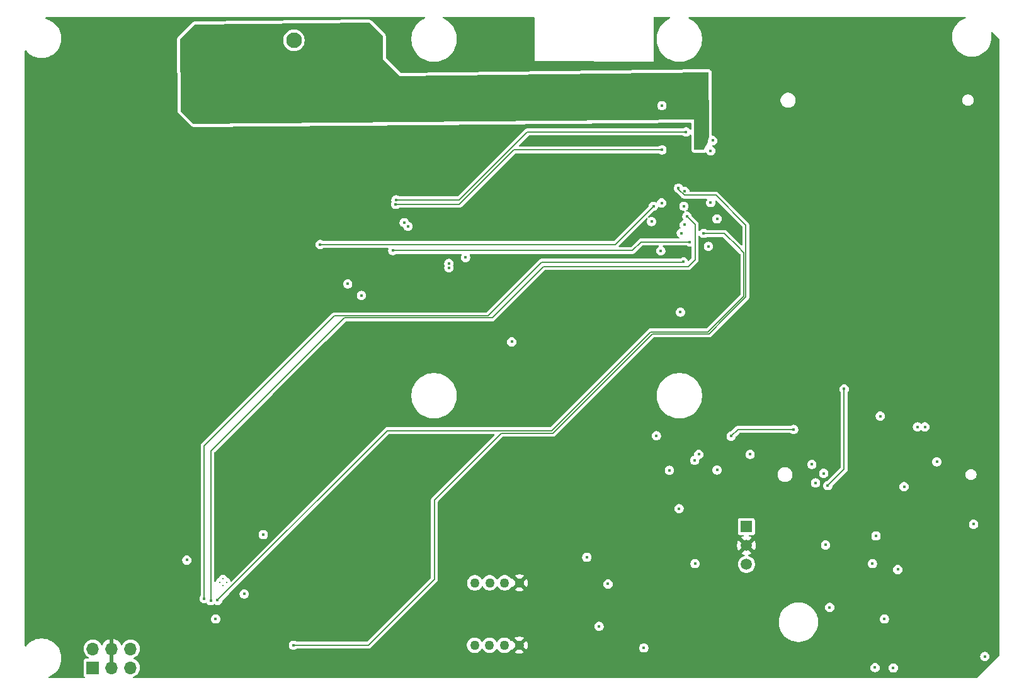
<source format=gbr>
%TF.GenerationSoftware,KiCad,Pcbnew,9.0.1*%
%TF.CreationDate,2025-04-26T19:52:48-05:00*%
%TF.ProjectId,CM5IO,434d3549-4f2e-46b6-9963-61645f706362,rev?*%
%TF.SameCoordinates,Original*%
%TF.FileFunction,Copper,L2,Inr*%
%TF.FilePolarity,Positive*%
%FSLAX46Y46*%
G04 Gerber Fmt 4.6, Leading zero omitted, Abs format (unit mm)*
G04 Created by KiCad (PCBNEW 9.0.1) date 2025-04-26 19:52:48*
%MOMM*%
%LPD*%
G01*
G04 APERTURE LIST*
%TA.AperFunction,ComponentPad*%
%ADD10C,2.100000*%
%TD*%
%TA.AperFunction,ComponentPad*%
%ADD11C,0.300000*%
%TD*%
%TA.AperFunction,ComponentPad*%
%ADD12R,1.700000X1.700000*%
%TD*%
%TA.AperFunction,ComponentPad*%
%ADD13O,1.700000X1.700000*%
%TD*%
%TA.AperFunction,ComponentPad*%
%ADD14R,1.500000X1.500000*%
%TD*%
%TA.AperFunction,ComponentPad*%
%ADD15C,1.500000*%
%TD*%
%TA.AperFunction,ComponentPad*%
%ADD16C,1.270000*%
%TD*%
%TA.AperFunction,ViaPad*%
%ADD17C,0.450000*%
%TD*%
%TA.AperFunction,Conductor*%
%ADD18C,0.500000*%
%TD*%
%TA.AperFunction,Conductor*%
%ADD19C,0.130000*%
%TD*%
G04 APERTURE END LIST*
D10*
%TO.N,GND*%
%TO.C,J2*%
X143680000Y-73655000D03*
%TO.N,/+5v*%
X141180000Y-73655000D03*
%TD*%
D11*
%TO.N,N/C*%
%TO.C,U2*%
X134150000Y-146150000D03*
X134600000Y-146600000D03*
X134150000Y-147050000D03*
X133700000Y-146600000D03*
%TD*%
D12*
%TO.N,Net-(J6-Pin_1)*%
%TO.C,J6*%
X116625000Y-158125000D03*
D13*
%TO.N,Net-(J6-Pin_2)*%
X116625000Y-155585000D03*
%TO.N,GND*%
X119165000Y-158125000D03*
X119165000Y-155585000D03*
%TO.N,Net-(J6-Pin_5)*%
X121705000Y-158125000D03*
%TO.N,Net-(J6-Pin_6)*%
X121705000Y-155585000D03*
%TD*%
D14*
%TO.N,/CM5_GPIO ( Ethernet\u002C GPIO\u002C SDCARD)/GPIO19*%
%TO.C,Q4*%
X204500000Y-139120000D03*
D15*
%TO.N,GND*%
X204500000Y-141660000D03*
%TO.N,/PCIe-M2/W_DISABLE*%
X204500000Y-144200000D03*
%TD*%
D16*
%TO.N,/CM5_HighSpeed/VBUS*%
%TO.C,J5*%
X168000000Y-146700000D03*
%TO.N,/CM5_HighSpeed/USB3-0-D_N*%
X170000000Y-146700000D03*
%TO.N,/CM5_HighSpeed/USB3-0-D_P*%
X172000000Y-146700000D03*
%TO.N,GND*%
X174000000Y-146700000D03*
%TO.N,/CM5_HighSpeed/VBUS*%
X167970000Y-155100000D03*
%TO.N,/CM5_HighSpeed/USB3-1-D_N*%
X169970000Y-155100000D03*
%TO.N,/CM5_HighSpeed/USB3-1-D_P*%
X171970000Y-155100000D03*
%TO.N,GND*%
X173970000Y-155100000D03*
%TD*%
D17*
%TO.N,GND*%
X192650000Y-104800000D03*
X189800000Y-95500000D03*
X130900000Y-148000000D03*
X196500000Y-102650000D03*
X140360000Y-138280000D03*
X198650000Y-90800000D03*
X196350000Y-91700000D03*
%TO.N,/PCIe-M2/SIM_VDD*%
X213300000Y-130750000D03*
X221450000Y-144100000D03*
X221800000Y-158100000D03*
%TO.N,/CM5_HighSpeed/VBUS*%
X185900000Y-146850000D03*
%TO.N,/PCIe-M2/M2_3v3*%
X222500000Y-124250000D03*
X197600000Y-144100000D03*
X202450000Y-126950000D03*
X195450000Y-136700000D03*
X210850000Y-126050000D03*
%TO.N,Net-(CR1-I{slash}O1)*%
X236550000Y-156600000D03*
X224850000Y-144900000D03*
X221925000Y-140375000D03*
X215150000Y-141600000D03*
%TO.N,/+3.3v*%
X193150000Y-82450000D03*
X157350000Y-95750000D03*
X139550000Y-140200000D03*
X193150000Y-88400000D03*
X150900000Y-106450000D03*
X133150000Y-151550000D03*
%TO.N,Net-(CR1-I{slash}O3)*%
X224250000Y-158150000D03*
X223050000Y-151550000D03*
%TO.N,Net-(D6-A)*%
X200550000Y-131500000D03*
X194150000Y-131550000D03*
%TO.N,/PCIe-M2/LED_WWAN*%
X230100000Y-130400000D03*
X205000000Y-129400000D03*
%TO.N,/+5v*%
X190700000Y-155450000D03*
X198450000Y-87616000D03*
X184700000Y-152550000D03*
%TO.N,/PCIe-M2/SIM_CLK*%
X215700000Y-150000000D03*
X214900000Y-131950000D03*
%TO.N,/CM5_HighSpeed/USB2_P*%
X164500000Y-103700000D03*
X228500000Y-125700000D03*
%TO.N,/CM5_HighSpeed/USB2_N*%
X164505948Y-104280951D03*
X227500000Y-125700000D03*
%TO.N,/CM5_GPIO ( Ethernet\u002C GPIO\u002C SDCARD)/ID_SC*%
X197550000Y-130200000D03*
X199400000Y-101400000D03*
%TO.N,/CM5_GPIO ( Ethernet\u002C GPIO\u002C SDCARD)/ID_SD*%
X198100000Y-129400000D03*
X191750000Y-98050000D03*
%TO.N,/CM5_GPIO ( Ethernet\u002C GPIO\u002C SDCARD)/GPIO2*%
X136990000Y-148190000D03*
X129270000Y-143630000D03*
%TO.N,/CM5_GPIO ( Ethernet\u002C GPIO\u002C SDCARD)/GPIO3*%
X195360000Y-93560000D03*
X143610000Y-155100000D03*
%TO.N,/CM5_GPIO ( Ethernet\u002C GPIO\u002C SDCARD)/GPIO14*%
X196229000Y-94000000D03*
X213800000Y-133250000D03*
%TO.N,/CM5_GPIO ( Ethernet\u002C GPIO\u002C SDCARD)/GPIO15*%
X215450000Y-133600000D03*
X217650000Y-120600000D03*
%TO.N,/CM5_GPIO ( Ethernet\u002C GPIO\u002C SDCARD)/GPIO18*%
X196500000Y-97350000D03*
X132500000Y-149100000D03*
%TO.N,/CM5_GPIO ( Ethernet\u002C GPIO\u002C SDCARD)/GPIO27*%
X195635000Y-110250000D03*
X193100000Y-95550000D03*
%TO.N,/CM5_GPIO ( Ethernet\u002C GPIO\u002C SDCARD)/GPIO22*%
X147200000Y-101150000D03*
X192000000Y-96000000D03*
X192400000Y-126900000D03*
X196100000Y-96000000D03*
X200550000Y-97700000D03*
%TO.N,/CM5_GPIO ( Ethernet\u002C GPIO\u002C SDCARD)/GPIO6*%
X196150000Y-98500000D03*
X235050000Y-138800000D03*
%TO.N,/CM5_GPIO ( Ethernet\u002C GPIO\u002C SDCARD)/GPIO13*%
X225700000Y-133750000D03*
X195751475Y-99611796D03*
%TO.N,/CM5_GPIO ( Ethernet\u002C GPIO\u002C SDCARD)/GPIO19*%
X196050000Y-103480000D03*
X131600000Y-148800000D03*
%TO.N,/CM5_GPIO ( Ethernet\u002C GPIO\u002C SDCARD)/GPIO20*%
X198750000Y-99650000D03*
X133400000Y-149050000D03*
%TO.N,/CM5_HighSpeed/USB3-0-D_N*%
X158500000Y-98200000D03*
%TO.N,/CM5_HighSpeed/USB3-0-D_P*%
X159000000Y-98700000D03*
%TO.N,/CM5_GPIO ( Ethernet\u002C GPIO\u002C SDCARD)/TACHO*%
X193000000Y-102000000D03*
X199956550Y-87156550D03*
%TO.N,/CM5_GPIO ( Ethernet\u002C GPIO\u002C SDCARD)/PWM*%
X199700000Y-95500000D03*
X199700000Y-88550000D03*
%TO.N,Net-(Module1A-LED_nACT)*%
X156978500Y-101950000D03*
X196900000Y-100800000D03*
%TO.N,/CM5_GPIO ( Ethernet\u002C GPIO\u002C SDCARD)/nPWR_LED*%
X157400000Y-95150000D03*
X196400000Y-86000000D03*
%TO.N,/CM5_HighSpeed/PCIE_PWR_EN*%
X152750000Y-108000000D03*
X183050000Y-143250000D03*
%TO.N,/CM5_HighSpeed/VBUS_EN*%
X166750000Y-102900000D03*
X172950000Y-114250000D03*
%TD*%
D18*
%TO.N,GND*%
X175500000Y-146450000D02*
X178090000Y-146450000D01*
D19*
%TO.N,/PCIe-M2/M2_3v3*%
X210850000Y-126050000D02*
X203350000Y-126050000D01*
X203350000Y-126050000D02*
X202450000Y-126950000D01*
%TO.N,/+3.3v*%
X193150000Y-88400000D02*
X173250000Y-88400000D01*
X165900000Y-95750000D02*
X157350000Y-95750000D01*
X165900000Y-95750000D02*
X173250000Y-88400000D01*
%TO.N,/+5v*%
X141180000Y-73655000D02*
X141180000Y-77580000D01*
X141180000Y-77580000D02*
X143200000Y-79600000D01*
X143200000Y-79600000D02*
X195170000Y-79600000D01*
X195170000Y-79600000D02*
X198450000Y-82880000D01*
X198450000Y-82880000D02*
X198450000Y-87616000D01*
%TO.N,/CM5_GPIO ( Ethernet\u002C GPIO\u002C SDCARD)/GPIO3*%
X143610000Y-155100000D02*
X143620000Y-155090000D01*
X200390000Y-94510000D02*
X196150687Y-94510000D01*
X182200000Y-122850000D02*
X191894000Y-113156000D01*
X204420000Y-98540000D02*
X200390000Y-94510000D01*
X162560000Y-135540000D02*
X171530000Y-126570000D01*
X171530000Y-126570000D02*
X178480000Y-126570000D01*
X153650000Y-155090000D02*
X158920000Y-149820000D01*
X204420000Y-105530000D02*
X204420000Y-98540000D01*
X162560000Y-140360000D02*
X162560000Y-135540000D01*
X196150687Y-94510000D02*
X195360000Y-93719313D01*
X204420000Y-108210000D02*
X204420000Y-105530000D01*
X143620000Y-155090000D02*
X145800000Y-155090000D01*
X158920000Y-149820000D02*
X162560000Y-146180000D01*
X195360000Y-93719313D02*
X195360000Y-93560000D01*
X191894000Y-113156000D02*
X192680000Y-113156000D01*
X178480000Y-126570000D02*
X182200000Y-122850000D01*
X145800000Y-155090000D02*
X153650000Y-155090000D01*
X162560000Y-146180000D02*
X162560000Y-140360000D01*
X201770000Y-110860000D02*
X204420000Y-108210000D01*
X192680000Y-113156000D02*
X199474000Y-113156000D01*
X199474000Y-113156000D02*
X201770000Y-110860000D01*
%TO.N,/CM5_GPIO ( Ethernet\u002C GPIO\u002C SDCARD)/GPIO15*%
X217650000Y-120600000D02*
X217650000Y-131400000D01*
X217650000Y-131400000D02*
X215450000Y-133600000D01*
%TO.N,/CM5_GPIO ( Ethernet\u002C GPIO\u002C SDCARD)/GPIO18*%
X141900000Y-119550000D02*
X150450000Y-111000000D01*
X197600000Y-103200000D02*
X197600000Y-98450000D01*
X170350000Y-111000000D02*
X177250000Y-104100000D01*
X150450000Y-111000000D02*
X170350000Y-111000000D01*
X177250000Y-104100000D02*
X179700000Y-104100000D01*
X132500000Y-149100000D02*
X132500000Y-128950000D01*
X197600000Y-98450000D02*
X196500000Y-97350000D01*
X132500000Y-128950000D02*
X141900000Y-119550000D01*
X196700000Y-104100000D02*
X197600000Y-103200000D01*
X179700000Y-104100000D02*
X196700000Y-104100000D01*
%TO.N,/CM5_GPIO ( Ethernet\u002C GPIO\u002C SDCARD)/GPIO22*%
X186850000Y-101150000D02*
X192000000Y-96000000D01*
X147200000Y-101150000D02*
X186850000Y-101150000D01*
%TO.N,/CM5_GPIO ( Ethernet\u002C GPIO\u002C SDCARD)/GPIO19*%
X131600000Y-128250000D02*
X149106000Y-110744000D01*
X196000000Y-103530000D02*
X196050000Y-103480000D01*
X131600000Y-148800000D02*
X131600000Y-128250000D01*
X176980000Y-103530000D02*
X196000000Y-103530000D01*
X149106000Y-110744000D02*
X169766000Y-110744000D01*
X169766000Y-110744000D02*
X176980000Y-103530000D01*
%TO.N,/CM5_GPIO ( Ethernet\u002C GPIO\u002C SDCARD)/GPIO20*%
X199350000Y-112900000D02*
X204150000Y-108100000D01*
X204150000Y-105350000D02*
X204150000Y-102250000D01*
X204150000Y-102250000D02*
X203350000Y-101450000D01*
X133400000Y-149050000D02*
X156250000Y-126200000D01*
X187750000Y-116800000D02*
X191650000Y-112900000D01*
X178350000Y-126200000D02*
X187750000Y-116800000D01*
X204150000Y-108100000D02*
X204150000Y-105350000D01*
X191650000Y-112900000D02*
X199350000Y-112900000D01*
X171050000Y-126200000D02*
X178350000Y-126200000D01*
X203350000Y-101450000D02*
X201550000Y-99650000D01*
X156250000Y-126200000D02*
X171050000Y-126200000D01*
X201550000Y-99650000D02*
X198750000Y-99650000D01*
%TO.N,Net-(Module1A-LED_nACT)*%
X196900000Y-100800000D02*
X190350000Y-100800000D01*
X189200000Y-101950000D02*
X156978500Y-101950000D01*
X190350000Y-100800000D02*
X189200000Y-101950000D01*
%TO.N,/CM5_GPIO ( Ethernet\u002C GPIO\u002C SDCARD)/nPWR_LED*%
X175050000Y-86000000D02*
X196400000Y-86000000D01*
X165900000Y-95150000D02*
X175050000Y-86000000D01*
X157400000Y-95150000D02*
X165900000Y-95150000D01*
%TD*%
%TA.AperFunction,Conductor*%
%TO.N,/+5v*%
G36*
X153818927Y-71307068D02*
G01*
X153839954Y-71323682D01*
X155580330Y-73034987D01*
X155614330Y-73096026D01*
X155617388Y-73122649D01*
X155629182Y-75060030D01*
X155636009Y-76181547D01*
X157948357Y-78454829D01*
X199304939Y-77931582D01*
X199372222Y-77950417D01*
X199418642Y-78002638D01*
X199430507Y-78055069D01*
X199459999Y-85329900D01*
X199468019Y-86741494D01*
X199448716Y-86808644D01*
X199447124Y-86811088D01*
X199411100Y-86865002D01*
X199364703Y-86977014D01*
X199364701Y-86977022D01*
X199341050Y-87095924D01*
X199341050Y-87217171D01*
X199351087Y-87267635D01*
X199344858Y-87337226D01*
X199340208Y-87347616D01*
X198843784Y-88332943D01*
X198796041Y-88383957D01*
X198734924Y-88401137D01*
X197616189Y-88418088D01*
X197548859Y-88399421D01*
X197502309Y-88347316D01*
X197490310Y-88293797D01*
X197493253Y-87095924D01*
X197500000Y-84350000D01*
X197499998Y-84350000D01*
X197499999Y-84349999D01*
X130264177Y-84924415D01*
X130196972Y-84905304D01*
X130176207Y-84888865D01*
X128460747Y-83203163D01*
X128426727Y-83142135D01*
X128423663Y-83115828D01*
X128423000Y-83041846D01*
X128417157Y-82389374D01*
X192534500Y-82389374D01*
X192534500Y-82510625D01*
X192558151Y-82629527D01*
X192558153Y-82629535D01*
X192604549Y-82741546D01*
X192671909Y-82842357D01*
X192671912Y-82842361D01*
X192757638Y-82928087D01*
X192757642Y-82928090D01*
X192858451Y-82995449D01*
X192970465Y-83041847D01*
X193089374Y-83065499D01*
X193089378Y-83065500D01*
X193089379Y-83065500D01*
X193210622Y-83065500D01*
X193210623Y-83065499D01*
X193329535Y-83041847D01*
X193441549Y-82995449D01*
X193542358Y-82928090D01*
X193628090Y-82842358D01*
X193695449Y-82741549D01*
X193741847Y-82629535D01*
X193765500Y-82510621D01*
X193765500Y-82389379D01*
X193741847Y-82270465D01*
X193695449Y-82158451D01*
X193628090Y-82057642D01*
X193628087Y-82057638D01*
X193542361Y-81971912D01*
X193542357Y-81971909D01*
X193441546Y-81904549D01*
X193329535Y-81858153D01*
X193329527Y-81858151D01*
X193210625Y-81834500D01*
X193210621Y-81834500D01*
X193089379Y-81834500D01*
X193089374Y-81834500D01*
X192970472Y-81858151D01*
X192970464Y-81858153D01*
X192858453Y-81904549D01*
X192757642Y-81971909D01*
X192757638Y-81971912D01*
X192671912Y-82057638D01*
X192671909Y-82057642D01*
X192604549Y-82158453D01*
X192558153Y-82270464D01*
X192558151Y-82270472D01*
X192534500Y-82389374D01*
X128417157Y-82389374D01*
X128338516Y-73607637D01*
X128346971Y-73577858D01*
X128353414Y-73547591D01*
X128356899Y-73542891D01*
X128357257Y-73541630D01*
X142239500Y-73541630D01*
X142239500Y-73768369D01*
X142274969Y-73992314D01*
X142345038Y-74207962D01*
X142447976Y-74409990D01*
X142581242Y-74593416D01*
X142581246Y-74593421D01*
X142741578Y-74753753D01*
X142741583Y-74753757D01*
X142925009Y-74887023D01*
X142925011Y-74887024D01*
X142925014Y-74887026D01*
X143127040Y-74989963D01*
X143342682Y-75060030D01*
X143566630Y-75095500D01*
X143566631Y-75095500D01*
X143793369Y-75095500D01*
X143793370Y-75095500D01*
X144017318Y-75060030D01*
X144232960Y-74989963D01*
X144434986Y-74887026D01*
X144618423Y-74753752D01*
X144778752Y-74593423D01*
X144912026Y-74409986D01*
X145014963Y-74207960D01*
X145085030Y-73992318D01*
X145120500Y-73768370D01*
X145120500Y-73541630D01*
X145085030Y-73317682D01*
X145014963Y-73102040D01*
X144912026Y-72900014D01*
X144912024Y-72900011D01*
X144912023Y-72900009D01*
X144778757Y-72716583D01*
X144778753Y-72716578D01*
X144618421Y-72556246D01*
X144618416Y-72556242D01*
X144434990Y-72422976D01*
X144232962Y-72320038D01*
X144232961Y-72320037D01*
X144232960Y-72320037D01*
X144017318Y-72249970D01*
X144017316Y-72249969D01*
X144017315Y-72249969D01*
X143845283Y-72222722D01*
X143793370Y-72214500D01*
X143566630Y-72214500D01*
X143514716Y-72222722D01*
X143342685Y-72249969D01*
X143127037Y-72320038D01*
X142925009Y-72422976D01*
X142741583Y-72556242D01*
X142741578Y-72556246D01*
X142581246Y-72716578D01*
X142581242Y-72716583D01*
X142447976Y-72900009D01*
X142345038Y-73102037D01*
X142274969Y-73317685D01*
X142239500Y-73541630D01*
X128357257Y-73541630D01*
X128357599Y-73540427D01*
X128374431Y-73519250D01*
X130300203Y-71576155D01*
X130361374Y-71542398D01*
X130386936Y-71539452D01*
X153751681Y-71288106D01*
X153818927Y-71307068D01*
G37*
%TD.AperFunction*%
%TD*%
%TA.AperFunction,Conductor*%
%TO.N,GND*%
G36*
X198244593Y-100019611D02*
G01*
X198246786Y-100022757D01*
X198264142Y-100048733D01*
X198351267Y-100135858D01*
X198453714Y-100204311D01*
X198567548Y-100251463D01*
X198688394Y-100275500D01*
X198688396Y-100275500D01*
X198811604Y-100275500D01*
X198811606Y-100275500D01*
X198932452Y-100251463D01*
X199046286Y-100204311D01*
X199148733Y-100135858D01*
X199148734Y-100135856D01*
X199152776Y-100133156D01*
X199153955Y-100134920D01*
X199203126Y-100115672D01*
X199208961Y-100115500D01*
X201316175Y-100115500D01*
X201374366Y-100134407D01*
X201386179Y-100144496D01*
X202977505Y-101735821D01*
X202977507Y-101735824D01*
X203655505Y-102413822D01*
X203683281Y-102468337D01*
X203684500Y-102483824D01*
X203684500Y-107866175D01*
X203665593Y-107924366D01*
X203655504Y-107936179D01*
X199186179Y-112405504D01*
X199131662Y-112433281D01*
X199116175Y-112434500D01*
X191711284Y-112434500D01*
X191588716Y-112434500D01*
X191470324Y-112466223D01*
X191364176Y-112527507D01*
X178186179Y-125705504D01*
X178131662Y-125733281D01*
X178116175Y-125734500D01*
X171111284Y-125734500D01*
X156311284Y-125734500D01*
X156188716Y-125734500D01*
X156077967Y-125764175D01*
X156070324Y-125766223D01*
X155964176Y-125827507D01*
X135295768Y-146495914D01*
X135241251Y-146523691D01*
X135180819Y-146514120D01*
X135137554Y-146470855D01*
X135130139Y-146451539D01*
X135112984Y-146387515D01*
X135112982Y-146387512D01*
X135112982Y-146387510D01*
X135040512Y-146261989D01*
X135040510Y-146261987D01*
X135040509Y-146261985D01*
X134938015Y-146159491D01*
X134938012Y-146159489D01*
X134938010Y-146159487D01*
X134812488Y-146087017D01*
X134812485Y-146087016D01*
X134749785Y-146070214D01*
X134698471Y-146036889D01*
X134679783Y-146000211D01*
X134665304Y-145946175D01*
X134662984Y-145937515D01*
X134662982Y-145937511D01*
X134662982Y-145937510D01*
X134590512Y-145811989D01*
X134590510Y-145811987D01*
X134590509Y-145811985D01*
X134488015Y-145709491D01*
X134488012Y-145709489D01*
X134488010Y-145709487D01*
X134362488Y-145637017D01*
X134362489Y-145637017D01*
X134332896Y-145629087D01*
X134222475Y-145599500D01*
X134077525Y-145599500D01*
X134015790Y-145616041D01*
X133937510Y-145637017D01*
X133811989Y-145709487D01*
X133709487Y-145811989D01*
X133637017Y-145937511D01*
X133637015Y-145937515D01*
X133620215Y-146000213D01*
X133586891Y-146051527D01*
X133550213Y-146070215D01*
X133487515Y-146087015D01*
X133487511Y-146087017D01*
X133361989Y-146159487D01*
X133259487Y-146261989D01*
X133187018Y-146387509D01*
X133187016Y-146387513D01*
X133187016Y-146387515D01*
X133160126Y-146487868D01*
X133126802Y-146539181D01*
X133069681Y-146561107D01*
X133010580Y-146545271D01*
X132972075Y-146497721D01*
X132965500Y-146462243D01*
X132965500Y-140138391D01*
X138924500Y-140138391D01*
X138924500Y-140261608D01*
X138948536Y-140382450D01*
X138995688Y-140496285D01*
X138995689Y-140496286D01*
X139064142Y-140598733D01*
X139151267Y-140685858D01*
X139253714Y-140754311D01*
X139367548Y-140801463D01*
X139488394Y-140825500D01*
X139488396Y-140825500D01*
X139611604Y-140825500D01*
X139611606Y-140825500D01*
X139732452Y-140801463D01*
X139846286Y-140754311D01*
X139948733Y-140685858D01*
X140035858Y-140598733D01*
X140104311Y-140496286D01*
X140151463Y-140382452D01*
X140175500Y-140261606D01*
X140175500Y-140138394D01*
X140151463Y-140017548D01*
X140104311Y-139903714D01*
X140035858Y-139801267D01*
X139948733Y-139714142D01*
X139846286Y-139645689D01*
X139846287Y-139645689D01*
X139846285Y-139645688D01*
X139732450Y-139598536D01*
X139611608Y-139574500D01*
X139611606Y-139574500D01*
X139488394Y-139574500D01*
X139488391Y-139574500D01*
X139367549Y-139598536D01*
X139253714Y-139645688D01*
X139151267Y-139714142D01*
X139151263Y-139714145D01*
X139064145Y-139801263D01*
X139064142Y-139801267D01*
X138995688Y-139903714D01*
X138948536Y-140017549D01*
X138924500Y-140138391D01*
X132965500Y-140138391D01*
X132965500Y-129183823D01*
X132984407Y-129125632D01*
X132994490Y-129113825D01*
X140779629Y-121328686D01*
X159449500Y-121328686D01*
X159449500Y-121671313D01*
X159487860Y-122011781D01*
X159564103Y-122345820D01*
X159677263Y-122669213D01*
X159677264Y-122669215D01*
X159825916Y-122977895D01*
X159825920Y-122977902D01*
X159825924Y-122977910D01*
X160008211Y-123268018D01*
X160221834Y-123535893D01*
X160464107Y-123778166D01*
X160731982Y-123991789D01*
X161022090Y-124174076D01*
X161022101Y-124174081D01*
X161022104Y-124174083D01*
X161124660Y-124223471D01*
X161330785Y-124322736D01*
X161481753Y-124375561D01*
X161654179Y-124435896D01*
X161654182Y-124435896D01*
X161654183Y-124435897D01*
X161988217Y-124512139D01*
X162328688Y-124550500D01*
X162328689Y-124550500D01*
X162671311Y-124550500D01*
X162671312Y-124550500D01*
X163011783Y-124512139D01*
X163345817Y-124435897D01*
X163669215Y-124322736D01*
X163977910Y-124174076D01*
X164268018Y-123991789D01*
X164535893Y-123778166D01*
X164778166Y-123535893D01*
X164991789Y-123268018D01*
X165174076Y-122977910D01*
X165322736Y-122669215D01*
X165435897Y-122345817D01*
X165512139Y-122011783D01*
X165550500Y-121671312D01*
X165550500Y-121328688D01*
X165512139Y-120988217D01*
X165435897Y-120654183D01*
X165322736Y-120330785D01*
X165174076Y-120022090D01*
X164991789Y-119731982D01*
X164778166Y-119464107D01*
X164535893Y-119221834D01*
X164268018Y-119008211D01*
X163977910Y-118825924D01*
X163977902Y-118825920D01*
X163977895Y-118825916D01*
X163669215Y-118677264D01*
X163669213Y-118677263D01*
X163345820Y-118564103D01*
X163011781Y-118487860D01*
X162671313Y-118449500D01*
X162671312Y-118449500D01*
X162328688Y-118449500D01*
X162328686Y-118449500D01*
X161988218Y-118487860D01*
X161654179Y-118564103D01*
X161330786Y-118677263D01*
X161330784Y-118677264D01*
X161022104Y-118825916D01*
X161022092Y-118825923D01*
X160731981Y-119008211D01*
X160464108Y-119221833D01*
X160221833Y-119464108D01*
X160008211Y-119731981D01*
X159888505Y-119922493D01*
X159840724Y-119998537D01*
X159825923Y-120022092D01*
X159825916Y-120022104D01*
X159677264Y-120330784D01*
X159677263Y-120330786D01*
X159564103Y-120654179D01*
X159487860Y-120988218D01*
X159449500Y-121328686D01*
X140779629Y-121328686D01*
X142185821Y-119922494D01*
X142185824Y-119922493D01*
X147919926Y-114188391D01*
X172324500Y-114188391D01*
X172324500Y-114311608D01*
X172348536Y-114432450D01*
X172395688Y-114546285D01*
X172395689Y-114546286D01*
X172464142Y-114648733D01*
X172551267Y-114735858D01*
X172653714Y-114804311D01*
X172767548Y-114851463D01*
X172888394Y-114875500D01*
X172888396Y-114875500D01*
X173011604Y-114875500D01*
X173011606Y-114875500D01*
X173132452Y-114851463D01*
X173246286Y-114804311D01*
X173348733Y-114735858D01*
X173435858Y-114648733D01*
X173504311Y-114546286D01*
X173551463Y-114432452D01*
X173575500Y-114311606D01*
X173575500Y-114188394D01*
X173551463Y-114067548D01*
X173504311Y-113953714D01*
X173435858Y-113851267D01*
X173348733Y-113764142D01*
X173246286Y-113695689D01*
X173246287Y-113695689D01*
X173246285Y-113695688D01*
X173132450Y-113648536D01*
X173011608Y-113624500D01*
X173011606Y-113624500D01*
X172888394Y-113624500D01*
X172888391Y-113624500D01*
X172767549Y-113648536D01*
X172653714Y-113695688D01*
X172551267Y-113764142D01*
X172551263Y-113764145D01*
X172464145Y-113851263D01*
X172464142Y-113851267D01*
X172395688Y-113953714D01*
X172348536Y-114067549D01*
X172324500Y-114188391D01*
X147919926Y-114188391D01*
X150613821Y-111494496D01*
X150668338Y-111466719D01*
X150683825Y-111465500D01*
X170411282Y-111465500D01*
X170411284Y-111465500D01*
X170529677Y-111433777D01*
X170635824Y-111372493D01*
X171819926Y-110188391D01*
X195009500Y-110188391D01*
X195009500Y-110311608D01*
X195033536Y-110432450D01*
X195080688Y-110546285D01*
X195080689Y-110546286D01*
X195149142Y-110648733D01*
X195236267Y-110735858D01*
X195338714Y-110804311D01*
X195452548Y-110851463D01*
X195573394Y-110875500D01*
X195573396Y-110875500D01*
X195696604Y-110875500D01*
X195696606Y-110875500D01*
X195817452Y-110851463D01*
X195931286Y-110804311D01*
X196033733Y-110735858D01*
X196120858Y-110648733D01*
X196189311Y-110546286D01*
X196236463Y-110432452D01*
X196260500Y-110311606D01*
X196260500Y-110188394D01*
X196236463Y-110067548D01*
X196189311Y-109953714D01*
X196120858Y-109851267D01*
X196033733Y-109764142D01*
X195931286Y-109695689D01*
X195931287Y-109695689D01*
X195931285Y-109695688D01*
X195817450Y-109648536D01*
X195696608Y-109624500D01*
X195696606Y-109624500D01*
X195573394Y-109624500D01*
X195573391Y-109624500D01*
X195452549Y-109648536D01*
X195338714Y-109695688D01*
X195236267Y-109764142D01*
X195236263Y-109764145D01*
X195149145Y-109851263D01*
X195149142Y-109851267D01*
X195080688Y-109953714D01*
X195033536Y-110067549D01*
X195009500Y-110188391D01*
X171819926Y-110188391D01*
X177413821Y-104594496D01*
X177468338Y-104566719D01*
X177483825Y-104565500D01*
X196761282Y-104565500D01*
X196761284Y-104565500D01*
X196879677Y-104533777D01*
X196985824Y-104472493D01*
X197885821Y-103572494D01*
X197885824Y-103572493D01*
X197972493Y-103485824D01*
X198011424Y-103418394D01*
X198019871Y-103403764D01*
X198019885Y-103403736D01*
X198019899Y-103403714D01*
X198033777Y-103379677D01*
X198065500Y-103261284D01*
X198065500Y-103138716D01*
X198065500Y-101338391D01*
X198774500Y-101338391D01*
X198774500Y-101461608D01*
X198798536Y-101582450D01*
X198845688Y-101696285D01*
X198845689Y-101696286D01*
X198914142Y-101798733D01*
X199001267Y-101885858D01*
X199103714Y-101954311D01*
X199217548Y-102001463D01*
X199338394Y-102025500D01*
X199338396Y-102025500D01*
X199461604Y-102025500D01*
X199461606Y-102025500D01*
X199582452Y-102001463D01*
X199696286Y-101954311D01*
X199798733Y-101885858D01*
X199885858Y-101798733D01*
X199954311Y-101696286D01*
X200001463Y-101582452D01*
X200025500Y-101461606D01*
X200025500Y-101338394D01*
X200001463Y-101217548D01*
X199954311Y-101103714D01*
X199885858Y-101001267D01*
X199798733Y-100914142D01*
X199730279Y-100868402D01*
X199696285Y-100845688D01*
X199582450Y-100798536D01*
X199461608Y-100774500D01*
X199461606Y-100774500D01*
X199338394Y-100774500D01*
X199338391Y-100774500D01*
X199217549Y-100798536D01*
X199103714Y-100845688D01*
X199001267Y-100914142D01*
X199001263Y-100914145D01*
X198914145Y-101001263D01*
X198914142Y-101001267D01*
X198845688Y-101103714D01*
X198798536Y-101217549D01*
X198774500Y-101338391D01*
X198065500Y-101338391D01*
X198065500Y-100077802D01*
X198084407Y-100019611D01*
X198133907Y-99983647D01*
X198195093Y-99983647D01*
X198244593Y-100019611D01*
G37*
%TD.AperFunction*%
%TA.AperFunction,Conductor*%
G36*
X233972315Y-70520341D02*
G01*
X234008325Y-70569807D01*
X234008382Y-70630992D01*
X233972465Y-70680526D01*
X233946897Y-70693932D01*
X233794100Y-70747398D01*
X233794097Y-70747399D01*
X233525897Y-70876557D01*
X233525884Y-70876564D01*
X233525883Y-70876565D01*
X233461875Y-70916784D01*
X233273814Y-71034950D01*
X233041062Y-71220565D01*
X232830565Y-71431062D01*
X232644950Y-71663814D01*
X232486564Y-71915885D01*
X232486557Y-71915897D01*
X232357399Y-72184097D01*
X232357398Y-72184100D01*
X232259076Y-72465087D01*
X232192832Y-72755322D01*
X232192831Y-72755328D01*
X232159500Y-73051134D01*
X232159500Y-73348865D01*
X232192831Y-73644671D01*
X232192832Y-73644677D01*
X232259076Y-73934912D01*
X232357398Y-74215899D01*
X232357399Y-74215902D01*
X232486557Y-74484102D01*
X232486561Y-74484109D01*
X232486565Y-74484117D01*
X232644950Y-74736185D01*
X232830562Y-74968934D01*
X233041066Y-75179438D01*
X233273815Y-75365050D01*
X233525883Y-75523435D01*
X233525894Y-75523440D01*
X233525897Y-75523442D01*
X233551748Y-75535891D01*
X233794099Y-75652601D01*
X233925270Y-75698499D01*
X234075087Y-75750923D01*
X234075090Y-75750923D01*
X234075091Y-75750924D01*
X234365325Y-75817168D01*
X234445096Y-75826156D01*
X234661134Y-75850499D01*
X234661150Y-75850499D01*
X234661151Y-75850500D01*
X234661152Y-75850500D01*
X234958848Y-75850500D01*
X234958849Y-75850500D01*
X234958850Y-75850499D01*
X234958865Y-75850499D01*
X235148312Y-75829152D01*
X235254675Y-75817168D01*
X235544909Y-75750924D01*
X235825901Y-75652601D01*
X236094117Y-75523435D01*
X236346185Y-75365050D01*
X236578934Y-75179438D01*
X236789438Y-74968934D01*
X236975050Y-74736185D01*
X237133435Y-74484117D01*
X237262601Y-74215901D01*
X237360924Y-73934909D01*
X237427168Y-73644675D01*
X237440594Y-73525521D01*
X237460499Y-73348865D01*
X237460500Y-73348848D01*
X237460500Y-73051151D01*
X237460499Y-73051134D01*
X237427168Y-72755328D01*
X237427167Y-72755322D01*
X237406583Y-72665136D01*
X237412068Y-72604200D01*
X237452323Y-72558123D01*
X237511975Y-72544507D01*
X237568237Y-72568555D01*
X237573105Y-72573105D01*
X238471004Y-73471004D01*
X238498781Y-73525521D01*
X238500000Y-73541008D01*
X238500000Y-156458992D01*
X238481093Y-156517183D01*
X238471004Y-156528996D01*
X235528996Y-159471004D01*
X235474479Y-159498781D01*
X235458992Y-159500000D01*
X211500000Y-159500000D01*
X122144951Y-159500000D01*
X122086760Y-159481093D01*
X122050796Y-159431593D01*
X122050796Y-159370407D01*
X122086760Y-159320907D01*
X122114356Y-159306845D01*
X122185025Y-159283884D01*
X122360405Y-159194524D01*
X122519646Y-159078828D01*
X122658828Y-158939646D01*
X122774524Y-158780405D01*
X122863884Y-158605025D01*
X122924709Y-158417826D01*
X122928121Y-158396285D01*
X122955500Y-158223420D01*
X122955500Y-158038391D01*
X221174500Y-158038391D01*
X221174500Y-158161608D01*
X221198536Y-158282450D01*
X221245688Y-158396285D01*
X221268402Y-158430279D01*
X221314142Y-158498733D01*
X221401267Y-158585858D01*
X221503714Y-158654311D01*
X221617548Y-158701463D01*
X221738394Y-158725500D01*
X221738396Y-158725500D01*
X221861604Y-158725500D01*
X221861606Y-158725500D01*
X221982452Y-158701463D01*
X222096286Y-158654311D01*
X222198733Y-158585858D01*
X222285858Y-158498733D01*
X222354311Y-158396286D01*
X222401463Y-158282452D01*
X222425500Y-158161606D01*
X222425500Y-158088391D01*
X223624500Y-158088391D01*
X223624500Y-158211608D01*
X223648536Y-158332450D01*
X223695688Y-158446285D01*
X223695689Y-158446286D01*
X223764142Y-158548733D01*
X223851267Y-158635858D01*
X223953714Y-158704311D01*
X224067548Y-158751463D01*
X224188394Y-158775500D01*
X224188396Y-158775500D01*
X224311604Y-158775500D01*
X224311606Y-158775500D01*
X224432452Y-158751463D01*
X224546286Y-158704311D01*
X224648733Y-158635858D01*
X224735858Y-158548733D01*
X224804311Y-158446286D01*
X224851463Y-158332452D01*
X224875500Y-158211606D01*
X224875500Y-158088394D01*
X224851463Y-157967548D01*
X224804311Y-157853714D01*
X224735858Y-157751267D01*
X224648733Y-157664142D01*
X224546286Y-157595689D01*
X224546287Y-157595689D01*
X224546285Y-157595688D01*
X224432450Y-157548536D01*
X224311608Y-157524500D01*
X224311606Y-157524500D01*
X224188394Y-157524500D01*
X224188391Y-157524500D01*
X224067549Y-157548536D01*
X223953714Y-157595688D01*
X223851267Y-157664142D01*
X223851263Y-157664145D01*
X223764145Y-157751263D01*
X223764142Y-157751267D01*
X223695688Y-157853714D01*
X223648536Y-157967549D01*
X223624500Y-158088391D01*
X222425500Y-158088391D01*
X222425500Y-158038394D01*
X222401463Y-157917548D01*
X222354311Y-157803714D01*
X222285858Y-157701267D01*
X222198733Y-157614142D01*
X222130279Y-157568402D01*
X222096285Y-157545688D01*
X221982450Y-157498536D01*
X221861608Y-157474500D01*
X221861606Y-157474500D01*
X221738394Y-157474500D01*
X221738391Y-157474500D01*
X221617549Y-157498536D01*
X221503714Y-157545688D01*
X221401267Y-157614142D01*
X221401263Y-157614145D01*
X221314145Y-157701263D01*
X221314142Y-157701267D01*
X221245688Y-157803714D01*
X221198536Y-157917549D01*
X221174500Y-158038391D01*
X122955500Y-158038391D01*
X122955500Y-158026579D01*
X122924710Y-157832178D01*
X122920101Y-157817993D01*
X122863884Y-157644975D01*
X122774524Y-157469595D01*
X122658828Y-157310354D01*
X122519646Y-157171172D01*
X122360405Y-157055476D01*
X122360404Y-157055475D01*
X122360402Y-157055474D01*
X122185025Y-156966116D01*
X122177066Y-156963530D01*
X122132823Y-156949154D01*
X122083324Y-156913191D01*
X122064417Y-156855000D01*
X122083324Y-156796809D01*
X122132823Y-156760845D01*
X122185025Y-156743884D01*
X122360405Y-156654524D01*
X122519646Y-156538828D01*
X122520083Y-156538391D01*
X235924500Y-156538391D01*
X235924500Y-156661608D01*
X235948536Y-156782450D01*
X235995688Y-156896285D01*
X236014878Y-156925004D01*
X236064142Y-156998733D01*
X236151267Y-157085858D01*
X236253714Y-157154311D01*
X236367548Y-157201463D01*
X236488394Y-157225500D01*
X236488396Y-157225500D01*
X236611604Y-157225500D01*
X236611606Y-157225500D01*
X236732452Y-157201463D01*
X236846286Y-157154311D01*
X236948733Y-157085858D01*
X237035858Y-156998733D01*
X237104311Y-156896286D01*
X237151463Y-156782452D01*
X237175500Y-156661606D01*
X237175500Y-156538394D01*
X237151463Y-156417548D01*
X237104311Y-156303714D01*
X237035858Y-156201267D01*
X236948733Y-156114142D01*
X236875224Y-156065025D01*
X236846285Y-156045688D01*
X236732450Y-155998536D01*
X236611608Y-155974500D01*
X236611606Y-155974500D01*
X236488394Y-155974500D01*
X236488391Y-155974500D01*
X236367549Y-155998536D01*
X236253714Y-156045688D01*
X236151267Y-156114142D01*
X236151263Y-156114145D01*
X236064145Y-156201263D01*
X236064142Y-156201267D01*
X235995688Y-156303714D01*
X235948536Y-156417549D01*
X235924500Y-156538391D01*
X122520083Y-156538391D01*
X122658828Y-156399646D01*
X122774524Y-156240405D01*
X122863884Y-156065025D01*
X122924709Y-155877826D01*
X122924710Y-155877821D01*
X122955500Y-155683420D01*
X122955500Y-155486579D01*
X122924710Y-155292178D01*
X122920101Y-155277993D01*
X122863884Y-155104975D01*
X122774524Y-154929595D01*
X122658828Y-154770354D01*
X122519646Y-154631172D01*
X122360405Y-154515476D01*
X122360404Y-154515475D01*
X122360402Y-154515474D01*
X122185025Y-154426116D01*
X121997821Y-154365289D01*
X121803420Y-154334500D01*
X121803417Y-154334500D01*
X121606583Y-154334500D01*
X121606580Y-154334500D01*
X121412178Y-154365289D01*
X121224974Y-154426116D01*
X121049597Y-154515474D01*
X120890355Y-154631171D01*
X120751171Y-154770355D01*
X120635473Y-154929598D01*
X120635472Y-154929600D01*
X120583533Y-155031536D01*
X120540268Y-155074800D01*
X120479836Y-155084371D01*
X120425320Y-155056593D01*
X120407114Y-155031535D01*
X120326466Y-154873253D01*
X120326462Y-154873247D01*
X120200828Y-154700328D01*
X120049671Y-154549171D01*
X119876752Y-154423537D01*
X119876746Y-154423533D01*
X119686289Y-154326491D01*
X119482996Y-154260438D01*
X119419000Y-154250301D01*
X119419000Y-155154297D01*
X119357993Y-155119075D01*
X119230826Y-155085000D01*
X119099174Y-155085000D01*
X118972007Y-155119075D01*
X118911000Y-155154297D01*
X118911000Y-154250302D01*
X118910999Y-154250301D01*
X118847003Y-154260438D01*
X118643710Y-154326491D01*
X118453253Y-154423533D01*
X118453247Y-154423537D01*
X118280328Y-154549171D01*
X118129171Y-154700328D01*
X118003537Y-154873247D01*
X118003533Y-154873253D01*
X117922885Y-155031535D01*
X117879620Y-155074800D01*
X117819188Y-155084371D01*
X117764671Y-155056593D01*
X117746465Y-155031535D01*
X117694525Y-154929597D01*
X117685771Y-154917548D01*
X117578828Y-154770354D01*
X117439646Y-154631172D01*
X117280405Y-154515476D01*
X117280404Y-154515475D01*
X117280402Y-154515474D01*
X117105025Y-154426116D01*
X116917821Y-154365289D01*
X116723420Y-154334500D01*
X116723417Y-154334500D01*
X116526583Y-154334500D01*
X116526580Y-154334500D01*
X116332178Y-154365289D01*
X116144974Y-154426116D01*
X115969597Y-154515474D01*
X115810355Y-154631171D01*
X115671171Y-154770355D01*
X115555474Y-154929597D01*
X115466116Y-155104974D01*
X115405289Y-155292178D01*
X115374500Y-155486579D01*
X115374500Y-155683420D01*
X115405289Y-155877821D01*
X115466116Y-156065025D01*
X115555473Y-156240401D01*
X115555476Y-156240405D01*
X115671172Y-156399646D01*
X115810354Y-156538828D01*
X115923217Y-156620828D01*
X115969598Y-156654526D01*
X115969600Y-156654527D01*
X116033902Y-156687290D01*
X116077167Y-156730554D01*
X116086739Y-156790986D01*
X116058962Y-156845503D01*
X116004446Y-156873281D01*
X115988958Y-156874500D01*
X115743478Y-156874500D01*
X115743476Y-156874501D01*
X115649700Y-156889352D01*
X115649695Y-156889354D01*
X115536659Y-156946949D01*
X115446949Y-157036659D01*
X115389354Y-157149695D01*
X115374500Y-157243478D01*
X115374500Y-159006521D01*
X115374501Y-159006523D01*
X115389352Y-159100299D01*
X115389354Y-159100304D01*
X115446950Y-159213342D01*
X115536658Y-159303050D01*
X115555774Y-159312790D01*
X115555776Y-159312791D01*
X115599040Y-159356056D01*
X115608611Y-159416488D01*
X115580833Y-159471004D01*
X115526316Y-159498781D01*
X115510830Y-159500000D01*
X110784439Y-159500000D01*
X110726248Y-159481093D01*
X110690284Y-159431593D01*
X110690284Y-159370407D01*
X110726248Y-159320907D01*
X110751741Y-159307556D01*
X110755532Y-159306229D01*
X110765901Y-159302601D01*
X111034117Y-159173435D01*
X111286185Y-159015050D01*
X111518934Y-158829438D01*
X111729438Y-158618934D01*
X111915050Y-158386185D01*
X112073435Y-158134117D01*
X112202601Y-157865901D01*
X112300924Y-157584909D01*
X112367168Y-157294675D01*
X112381084Y-157171171D01*
X112400499Y-156998865D01*
X112400500Y-156998848D01*
X112400500Y-156701151D01*
X112400499Y-156701134D01*
X112367168Y-156405328D01*
X112367167Y-156405322D01*
X112365871Y-156399646D01*
X112300924Y-156115091D01*
X112290614Y-156085628D01*
X112238208Y-155935858D01*
X112202601Y-155834099D01*
X112166961Y-155760092D01*
X112073442Y-155565897D01*
X112073440Y-155565894D01*
X112073435Y-155565883D01*
X111915050Y-155313815D01*
X111729438Y-155081066D01*
X111518934Y-154870562D01*
X111286185Y-154684950D01*
X111034117Y-154526565D01*
X111034109Y-154526561D01*
X111034102Y-154526557D01*
X110765902Y-154397399D01*
X110765899Y-154397398D01*
X110484912Y-154299076D01*
X110194677Y-154232832D01*
X110194671Y-154232831D01*
X109898865Y-154199500D01*
X109898849Y-154199500D01*
X109601151Y-154199500D01*
X109601134Y-154199500D01*
X109305328Y-154232831D01*
X109305322Y-154232832D01*
X109015087Y-154299076D01*
X108734100Y-154397398D01*
X108734097Y-154397399D01*
X108465897Y-154526557D01*
X108465884Y-154526564D01*
X108465883Y-154526565D01*
X108429906Y-154549171D01*
X108213814Y-154684950D01*
X107981062Y-154870565D01*
X107770565Y-155081062D01*
X107751496Y-155104974D01*
X107683723Y-155189959D01*
X107676401Y-155199140D01*
X107625337Y-155232846D01*
X107564214Y-155230101D01*
X107516377Y-155191952D01*
X107500000Y-155137414D01*
X107500000Y-151488391D01*
X132524500Y-151488391D01*
X132524500Y-151611608D01*
X132548536Y-151732450D01*
X132595688Y-151846285D01*
X132618402Y-151880279D01*
X132664142Y-151948733D01*
X132751267Y-152035858D01*
X132853714Y-152104311D01*
X132967548Y-152151463D01*
X133088394Y-152175500D01*
X133088396Y-152175500D01*
X133211604Y-152175500D01*
X133211606Y-152175500D01*
X133332452Y-152151463D01*
X133446286Y-152104311D01*
X133548733Y-152035858D01*
X133635858Y-151948733D01*
X133704311Y-151846286D01*
X133751463Y-151732452D01*
X133775500Y-151611606D01*
X133775500Y-151488394D01*
X133751463Y-151367548D01*
X133704311Y-151253714D01*
X133635858Y-151151267D01*
X133548733Y-151064142D01*
X133446286Y-150995689D01*
X133446287Y-150995689D01*
X133446285Y-150995688D01*
X133332450Y-150948536D01*
X133211608Y-150924500D01*
X133211606Y-150924500D01*
X133088394Y-150924500D01*
X133088391Y-150924500D01*
X132967549Y-150948536D01*
X132853714Y-150995688D01*
X132751267Y-151064142D01*
X132751263Y-151064145D01*
X132664145Y-151151263D01*
X132664142Y-151151267D01*
X132595688Y-151253714D01*
X132548536Y-151367549D01*
X132524500Y-151488391D01*
X107500000Y-151488391D01*
X107500000Y-148738391D01*
X130974500Y-148738391D01*
X130974500Y-148861608D01*
X130998536Y-148982450D01*
X131045688Y-149096285D01*
X131068402Y-149130279D01*
X131114142Y-149198733D01*
X131201267Y-149285858D01*
X131303714Y-149354311D01*
X131417548Y-149401463D01*
X131538394Y-149425500D01*
X131538396Y-149425500D01*
X131661604Y-149425500D01*
X131661606Y-149425500D01*
X131782452Y-149401463D01*
X131837952Y-149378473D01*
X131898945Y-149373673D01*
X131951114Y-149405642D01*
X131958150Y-149414936D01*
X131965209Y-149425500D01*
X132014142Y-149498733D01*
X132101267Y-149585858D01*
X132203714Y-149654311D01*
X132317548Y-149701463D01*
X132438394Y-149725500D01*
X132438396Y-149725500D01*
X132561604Y-149725500D01*
X132561606Y-149725500D01*
X132682452Y-149701463D01*
X132796286Y-149654311D01*
X132898733Y-149585858D01*
X132912325Y-149572265D01*
X132966839Y-149544488D01*
X133027271Y-149554058D01*
X133037316Y-149559945D01*
X133103714Y-149604311D01*
X133217548Y-149651463D01*
X133338394Y-149675500D01*
X133338396Y-149675500D01*
X133461604Y-149675500D01*
X133461606Y-149675500D01*
X133582452Y-149651463D01*
X133696286Y-149604311D01*
X133798733Y-149535858D01*
X133885858Y-149448733D01*
X133954311Y-149346286D01*
X134001463Y-149232452D01*
X134025500Y-149111606D01*
X134026449Y-149106835D01*
X134028541Y-149107251D01*
X134049658Y-149058906D01*
X134053675Y-149054641D01*
X134979925Y-148128391D01*
X136364500Y-148128391D01*
X136364500Y-148251608D01*
X136388536Y-148372450D01*
X136435688Y-148486285D01*
X136435689Y-148486286D01*
X136504142Y-148588733D01*
X136591267Y-148675858D01*
X136693714Y-148744311D01*
X136807548Y-148791463D01*
X136928394Y-148815500D01*
X136928396Y-148815500D01*
X137051604Y-148815500D01*
X137051606Y-148815500D01*
X137172452Y-148791463D01*
X137286286Y-148744311D01*
X137388733Y-148675858D01*
X137475858Y-148588733D01*
X137544311Y-148486286D01*
X137591463Y-148372452D01*
X137615500Y-148251606D01*
X137615500Y-148128394D01*
X137591463Y-148007548D01*
X137544311Y-147893714D01*
X137475858Y-147791267D01*
X137388733Y-147704142D01*
X137286286Y-147635689D01*
X137286287Y-147635689D01*
X137286285Y-147635688D01*
X137172450Y-147588536D01*
X137051608Y-147564500D01*
X137051606Y-147564500D01*
X136928394Y-147564500D01*
X136928391Y-147564500D01*
X136807549Y-147588536D01*
X136693714Y-147635688D01*
X136591267Y-147704142D01*
X136591263Y-147704145D01*
X136504145Y-147791263D01*
X136504142Y-147791267D01*
X136435688Y-147893714D01*
X136388536Y-148007549D01*
X136364500Y-148128391D01*
X134979925Y-148128391D01*
X156413821Y-126694496D01*
X156468338Y-126666719D01*
X156483825Y-126665500D01*
X170537175Y-126665500D01*
X170595366Y-126684407D01*
X170631330Y-126733907D01*
X170631330Y-126795093D01*
X170607179Y-126834504D01*
X162187505Y-135254178D01*
X162126222Y-135360322D01*
X162126222Y-135360323D01*
X162126223Y-135360324D01*
X162094500Y-135478717D01*
X162094500Y-145946175D01*
X162075593Y-146004366D01*
X162065504Y-146016179D01*
X153486179Y-154595504D01*
X153431662Y-154623281D01*
X153416175Y-154624500D01*
X144054265Y-154624500D01*
X143999264Y-154607815D01*
X143914121Y-154550924D01*
X143906285Y-154545688D01*
X143792450Y-154498536D01*
X143671608Y-154474500D01*
X143671606Y-154474500D01*
X143548394Y-154474500D01*
X143548391Y-154474500D01*
X143427549Y-154498536D01*
X143313714Y-154545688D01*
X143211267Y-154614142D01*
X143211263Y-154614145D01*
X143124145Y-154701263D01*
X143124142Y-154701267D01*
X143055688Y-154803714D01*
X143008536Y-154917549D01*
X142984500Y-155038391D01*
X142984500Y-155161608D01*
X143008536Y-155282450D01*
X143055688Y-155396285D01*
X143078402Y-155430279D01*
X143124142Y-155498733D01*
X143211267Y-155585858D01*
X143313714Y-155654311D01*
X143427548Y-155701463D01*
X143548394Y-155725500D01*
X143548396Y-155725500D01*
X143671604Y-155725500D01*
X143671606Y-155725500D01*
X143792452Y-155701463D01*
X143906286Y-155654311D01*
X144008733Y-155585858D01*
X144010095Y-155584496D01*
X144010879Y-155584096D01*
X144012502Y-155582765D01*
X144012793Y-155583120D01*
X144064612Y-155556719D01*
X144080099Y-155555500D01*
X153711282Y-155555500D01*
X153711284Y-155555500D01*
X153829677Y-155523777D01*
X153935824Y-155462493D01*
X154400308Y-154998009D01*
X166934500Y-154998009D01*
X166934500Y-154998012D01*
X166934500Y-155201988D01*
X166973148Y-155396285D01*
X166974294Y-155402043D01*
X166974294Y-155402045D01*
X167052349Y-155590488D01*
X167052355Y-155590500D01*
X167124850Y-155698994D01*
X167165675Y-155760093D01*
X167309907Y-155904325D01*
X167357100Y-155935858D01*
X167479499Y-156017644D01*
X167479511Y-156017650D01*
X167547202Y-156045688D01*
X167667956Y-156095706D01*
X167868012Y-156135500D01*
X167868013Y-156135500D01*
X168071987Y-156135500D01*
X168071988Y-156135500D01*
X168272044Y-156095706D01*
X168460493Y-156017648D01*
X168460495Y-156017646D01*
X168460500Y-156017644D01*
X168509470Y-155984922D01*
X168630093Y-155904325D01*
X168774325Y-155760093D01*
X168881296Y-155600000D01*
X168887685Y-155590438D01*
X168935735Y-155552559D01*
X168996873Y-155550157D01*
X169047747Y-155584150D01*
X169052315Y-155590438D01*
X169058704Y-155600000D01*
X169165675Y-155760093D01*
X169309907Y-155904325D01*
X169357100Y-155935858D01*
X169479499Y-156017644D01*
X169479511Y-156017650D01*
X169547202Y-156045688D01*
X169667956Y-156095706D01*
X169868012Y-156135500D01*
X169868013Y-156135500D01*
X170071987Y-156135500D01*
X170071988Y-156135500D01*
X170272044Y-156095706D01*
X170460493Y-156017648D01*
X170460495Y-156017646D01*
X170460500Y-156017644D01*
X170509470Y-155984922D01*
X170630093Y-155904325D01*
X170774325Y-155760093D01*
X170881296Y-155600000D01*
X170887685Y-155590438D01*
X170935735Y-155552559D01*
X170996873Y-155550157D01*
X171047747Y-155584150D01*
X171052315Y-155590438D01*
X171058704Y-155600000D01*
X171165675Y-155760093D01*
X171309907Y-155904325D01*
X171357100Y-155935858D01*
X171479499Y-156017644D01*
X171479511Y-156017650D01*
X171547202Y-156045688D01*
X171667956Y-156095706D01*
X171868012Y-156135500D01*
X171868013Y-156135500D01*
X172071987Y-156135500D01*
X172071988Y-156135500D01*
X172272044Y-156095706D01*
X172460493Y-156017648D01*
X172460495Y-156017646D01*
X172460500Y-156017644D01*
X172562622Y-155949408D01*
X172582906Y-155935854D01*
X172630093Y-155904325D01*
X172774325Y-155760093D01*
X172821865Y-155688942D01*
X172869912Y-155651066D01*
X172931050Y-155648664D01*
X172981924Y-155682656D01*
X172990325Y-155695779D01*
X172990385Y-155695743D01*
X172992250Y-155698787D01*
X172992383Y-155698994D01*
X172992410Y-155699048D01*
X172992422Y-155699067D01*
X173000543Y-155710244D01*
X173000544Y-155710244D01*
X173485841Y-155224947D01*
X173504075Y-155292993D01*
X173569901Y-155407007D01*
X173662993Y-155500099D01*
X173777007Y-155565925D01*
X173845051Y-155584157D01*
X173359754Y-156069455D01*
X173370936Y-156077579D01*
X173370944Y-156077584D01*
X173531239Y-156159258D01*
X173702351Y-156214856D01*
X173880041Y-156243000D01*
X174059959Y-156243000D01*
X174237648Y-156214856D01*
X174408760Y-156159258D01*
X174569059Y-156077581D01*
X174569062Y-156077579D01*
X174580244Y-156069455D01*
X174094947Y-155584158D01*
X174162993Y-155565925D01*
X174277007Y-155500099D01*
X174370099Y-155407007D01*
X174435925Y-155292993D01*
X174454158Y-155224947D01*
X174939455Y-155710244D01*
X174947579Y-155699062D01*
X174947581Y-155699059D01*
X175029258Y-155538760D01*
X175078116Y-155388391D01*
X190074500Y-155388391D01*
X190074500Y-155511608D01*
X190098536Y-155632450D01*
X190145688Y-155746285D01*
X190166875Y-155777993D01*
X190214142Y-155848733D01*
X190301267Y-155935858D01*
X190403714Y-156004311D01*
X190517548Y-156051463D01*
X190638394Y-156075500D01*
X190638396Y-156075500D01*
X190761604Y-156075500D01*
X190761606Y-156075500D01*
X190882452Y-156051463D01*
X190996286Y-156004311D01*
X191098733Y-155935858D01*
X191185858Y-155848733D01*
X191254311Y-155746286D01*
X191301463Y-155632452D01*
X191325500Y-155511606D01*
X191325500Y-155388394D01*
X191301463Y-155267548D01*
X191254311Y-155153714D01*
X191185858Y-155051267D01*
X191098733Y-154964142D01*
X190996286Y-154895689D01*
X190996287Y-154895689D01*
X190996285Y-154895688D01*
X190882450Y-154848536D01*
X190761608Y-154824500D01*
X190761606Y-154824500D01*
X190638394Y-154824500D01*
X190638391Y-154824500D01*
X190517549Y-154848536D01*
X190403714Y-154895688D01*
X190301267Y-154964142D01*
X190301263Y-154964145D01*
X190214145Y-155051263D01*
X190214142Y-155051267D01*
X190145688Y-155153714D01*
X190098536Y-155267549D01*
X190074500Y-155388391D01*
X175078116Y-155388391D01*
X175084857Y-155367646D01*
X175113000Y-155189959D01*
X175113000Y-155010040D01*
X175084856Y-154832351D01*
X175029258Y-154661239D01*
X174947584Y-154500944D01*
X174947579Y-154500936D01*
X174939455Y-154489754D01*
X174454157Y-154975051D01*
X174435925Y-154907007D01*
X174370099Y-154792993D01*
X174277007Y-154699901D01*
X174162993Y-154634075D01*
X174094947Y-154615841D01*
X174580244Y-154130544D01*
X174580244Y-154130543D01*
X174569067Y-154122422D01*
X174569061Y-154122418D01*
X174408760Y-154040741D01*
X174237648Y-153985143D01*
X174059959Y-153957000D01*
X173880041Y-153957000D01*
X173702351Y-153985143D01*
X173531239Y-154040741D01*
X173370933Y-154122421D01*
X173370932Y-154122422D01*
X173359754Y-154130543D01*
X173845052Y-154615841D01*
X173777007Y-154634075D01*
X173662993Y-154699901D01*
X173569901Y-154792993D01*
X173504075Y-154907007D01*
X173485841Y-154975052D01*
X173000543Y-154489754D01*
X172992422Y-154500932D01*
X172992417Y-154500941D01*
X172992384Y-154501006D01*
X172992366Y-154501023D01*
X172990393Y-154504245D01*
X172989618Y-154503770D01*
X172949115Y-154544266D01*
X172888682Y-154553832D01*
X172834169Y-154526049D01*
X172821864Y-154511054D01*
X172813500Y-154498536D01*
X172774325Y-154439907D01*
X172630093Y-154295675D01*
X172577357Y-154260438D01*
X172562619Y-154250590D01*
X172460500Y-154182355D01*
X172460488Y-154182349D01*
X172272044Y-154104294D01*
X172071990Y-154064500D01*
X172071988Y-154064500D01*
X171868012Y-154064500D01*
X171868009Y-154064500D01*
X171667956Y-154104294D01*
X171667954Y-154104294D01*
X171479511Y-154182349D01*
X171479499Y-154182355D01*
X171309907Y-154295675D01*
X171309903Y-154295678D01*
X171165678Y-154439903D01*
X171165675Y-154439907D01*
X171052315Y-154609561D01*
X171004265Y-154647440D01*
X170943127Y-154649842D01*
X170892253Y-154615849D01*
X170887685Y-154609561D01*
X170831883Y-154526049D01*
X170774325Y-154439907D01*
X170630093Y-154295675D01*
X170577357Y-154260438D01*
X170460500Y-154182355D01*
X170460488Y-154182349D01*
X170272044Y-154104294D01*
X170071990Y-154064500D01*
X170071988Y-154064500D01*
X169868012Y-154064500D01*
X169868009Y-154064500D01*
X169667956Y-154104294D01*
X169667954Y-154104294D01*
X169479511Y-154182349D01*
X169479499Y-154182355D01*
X169309907Y-154295675D01*
X169309903Y-154295678D01*
X169165678Y-154439903D01*
X169165675Y-154439907D01*
X169052315Y-154609561D01*
X169004265Y-154647440D01*
X168943127Y-154649842D01*
X168892253Y-154615849D01*
X168887685Y-154609561D01*
X168831883Y-154526049D01*
X168774325Y-154439907D01*
X168630093Y-154295675D01*
X168577357Y-154260438D01*
X168460500Y-154182355D01*
X168460488Y-154182349D01*
X168272044Y-154104294D01*
X168071990Y-154064500D01*
X168071988Y-154064500D01*
X167868012Y-154064500D01*
X167868009Y-154064500D01*
X167667956Y-154104294D01*
X167667954Y-154104294D01*
X167479511Y-154182349D01*
X167479499Y-154182355D01*
X167309907Y-154295675D01*
X167309903Y-154295678D01*
X167165678Y-154439903D01*
X167165675Y-154439907D01*
X167052355Y-154609499D01*
X167052349Y-154609511D01*
X166974294Y-154797954D01*
X166974294Y-154797956D01*
X166934500Y-154998009D01*
X154400308Y-154998009D01*
X156909925Y-152488391D01*
X184074500Y-152488391D01*
X184074500Y-152611608D01*
X184098536Y-152732450D01*
X184145688Y-152846285D01*
X184145689Y-152846286D01*
X184214142Y-152948733D01*
X184301267Y-153035858D01*
X184403714Y-153104311D01*
X184517548Y-153151463D01*
X184638394Y-153175500D01*
X184638396Y-153175500D01*
X184761604Y-153175500D01*
X184761606Y-153175500D01*
X184882452Y-153151463D01*
X184996286Y-153104311D01*
X185098733Y-153035858D01*
X185185858Y-152948733D01*
X185254311Y-152846286D01*
X185301463Y-152732452D01*
X185325500Y-152611606D01*
X185325500Y-152488394D01*
X185301463Y-152367548D01*
X185254311Y-152253714D01*
X185185858Y-152151267D01*
X185098733Y-152064142D01*
X184996286Y-151995689D01*
X184996287Y-151995689D01*
X184996285Y-151995688D01*
X184882450Y-151948536D01*
X184869888Y-151946038D01*
X184867036Y-151945470D01*
X184761610Y-151924500D01*
X184761606Y-151924500D01*
X184638394Y-151924500D01*
X184638391Y-151924500D01*
X184517549Y-151948536D01*
X184403714Y-151995688D01*
X184301267Y-152064142D01*
X184301263Y-152064145D01*
X184214145Y-152151263D01*
X184214142Y-152151267D01*
X184145688Y-152253714D01*
X184098536Y-152367549D01*
X184074500Y-152488391D01*
X156909925Y-152488391D01*
X157547182Y-151851134D01*
X208849500Y-151851134D01*
X208849500Y-152148865D01*
X208882831Y-152444671D01*
X208882832Y-152444677D01*
X208949076Y-152734912D01*
X209047398Y-153015899D01*
X209047399Y-153015902D01*
X209176557Y-153284102D01*
X209176561Y-153284109D01*
X209176565Y-153284117D01*
X209334950Y-153536185D01*
X209520562Y-153768934D01*
X209731066Y-153979438D01*
X209963815Y-154165050D01*
X210215883Y-154323435D01*
X210215894Y-154323440D01*
X210215897Y-154323442D01*
X210302798Y-154365291D01*
X210484099Y-154452601D01*
X210546683Y-154474500D01*
X210765087Y-154550923D01*
X210765090Y-154550923D01*
X210765091Y-154550924D01*
X211055325Y-154617168D01*
X211135096Y-154626156D01*
X211351134Y-154650499D01*
X211351150Y-154650499D01*
X211351151Y-154650500D01*
X211351152Y-154650500D01*
X211648848Y-154650500D01*
X211648849Y-154650500D01*
X211648850Y-154650499D01*
X211648865Y-154650499D01*
X211838312Y-154629152D01*
X211944675Y-154617168D01*
X212234909Y-154550924D01*
X212515901Y-154452601D01*
X212784117Y-154323435D01*
X213036185Y-154165050D01*
X213268934Y-153979438D01*
X213479438Y-153768934D01*
X213665050Y-153536185D01*
X213823435Y-153284117D01*
X213952601Y-153015901D01*
X214050924Y-152734909D01*
X214117168Y-152444675D01*
X214129152Y-152338312D01*
X214150499Y-152148865D01*
X214150500Y-152148848D01*
X214150500Y-151851151D01*
X214150499Y-151851134D01*
X214117168Y-151555328D01*
X214117168Y-151555325D01*
X214112284Y-151533930D01*
X214105810Y-151505560D01*
X214101891Y-151488391D01*
X222424500Y-151488391D01*
X222424500Y-151611608D01*
X222448536Y-151732450D01*
X222495688Y-151846285D01*
X222518402Y-151880279D01*
X222564142Y-151948733D01*
X222651267Y-152035858D01*
X222753714Y-152104311D01*
X222867548Y-152151463D01*
X222988394Y-152175500D01*
X222988396Y-152175500D01*
X223111604Y-152175500D01*
X223111606Y-152175500D01*
X223232452Y-152151463D01*
X223346286Y-152104311D01*
X223448733Y-152035858D01*
X223535858Y-151948733D01*
X223604311Y-151846286D01*
X223651463Y-151732452D01*
X223675500Y-151611606D01*
X223675500Y-151488394D01*
X223651463Y-151367548D01*
X223604311Y-151253714D01*
X223535858Y-151151267D01*
X223448733Y-151064142D01*
X223346286Y-150995689D01*
X223346287Y-150995689D01*
X223346285Y-150995688D01*
X223232450Y-150948536D01*
X223111608Y-150924500D01*
X223111606Y-150924500D01*
X222988394Y-150924500D01*
X222988391Y-150924500D01*
X222867549Y-150948536D01*
X222753714Y-150995688D01*
X222651267Y-151064142D01*
X222651263Y-151064145D01*
X222564145Y-151151263D01*
X222564142Y-151151267D01*
X222495688Y-151253714D01*
X222448536Y-151367549D01*
X222424500Y-151488391D01*
X214101891Y-151488391D01*
X214050923Y-151265087D01*
X213980609Y-151064142D01*
X213952601Y-150984099D01*
X213823435Y-150715883D01*
X213665050Y-150463815D01*
X213479438Y-150231066D01*
X213268934Y-150020562D01*
X213165895Y-149938391D01*
X215074500Y-149938391D01*
X215074500Y-150061608D01*
X215098536Y-150182450D01*
X215145688Y-150296285D01*
X215145689Y-150296286D01*
X215214142Y-150398733D01*
X215301267Y-150485858D01*
X215403714Y-150554311D01*
X215517548Y-150601463D01*
X215638394Y-150625500D01*
X215638396Y-150625500D01*
X215761604Y-150625500D01*
X215761606Y-150625500D01*
X215882452Y-150601463D01*
X215996286Y-150554311D01*
X216098733Y-150485858D01*
X216185858Y-150398733D01*
X216254311Y-150296286D01*
X216301463Y-150182452D01*
X216325500Y-150061606D01*
X216325500Y-149938394D01*
X216301463Y-149817548D01*
X216254311Y-149703714D01*
X216185858Y-149601267D01*
X216098733Y-149514142D01*
X216001355Y-149449076D01*
X215996285Y-149445688D01*
X215882450Y-149398536D01*
X215761608Y-149374500D01*
X215761606Y-149374500D01*
X215638394Y-149374500D01*
X215638391Y-149374500D01*
X215517549Y-149398536D01*
X215403714Y-149445688D01*
X215301267Y-149514142D01*
X215301263Y-149514145D01*
X215214145Y-149601263D01*
X215214142Y-149601267D01*
X215145688Y-149703714D01*
X215098536Y-149817549D01*
X215074500Y-149938391D01*
X213165895Y-149938391D01*
X213036185Y-149834950D01*
X212784117Y-149676565D01*
X212784109Y-149676561D01*
X212784102Y-149676557D01*
X212515902Y-149547399D01*
X212515899Y-149547398D01*
X212234912Y-149449076D01*
X211944677Y-149382832D01*
X211944671Y-149382831D01*
X211648865Y-149349500D01*
X211648849Y-149349500D01*
X211351151Y-149349500D01*
X211351134Y-149349500D01*
X211055328Y-149382831D01*
X211055322Y-149382832D01*
X210765087Y-149449076D01*
X210484100Y-149547398D01*
X210484097Y-149547399D01*
X210215897Y-149676557D01*
X210215885Y-149676564D01*
X209963814Y-149834950D01*
X209731062Y-150020565D01*
X209520565Y-150231062D01*
X209334950Y-150463814D01*
X209176564Y-150715885D01*
X209176557Y-150715897D01*
X209047399Y-150984097D01*
X209047398Y-150984100D01*
X208949076Y-151265087D01*
X208882832Y-151555322D01*
X208882831Y-151555328D01*
X208849500Y-151851134D01*
X157547182Y-151851134D01*
X159205821Y-150192494D01*
X159205824Y-150192493D01*
X162800306Y-146598009D01*
X166964500Y-146598009D01*
X166964500Y-146801990D01*
X167004294Y-147002043D01*
X167004294Y-147002045D01*
X167082349Y-147190488D01*
X167082355Y-147190500D01*
X167154850Y-147298994D01*
X167195675Y-147360093D01*
X167339907Y-147504325D01*
X167407379Y-147549408D01*
X167509499Y-147617644D01*
X167509511Y-147617650D01*
X167553059Y-147635688D01*
X167697956Y-147695706D01*
X167898012Y-147735500D01*
X167898013Y-147735500D01*
X168101987Y-147735500D01*
X168101988Y-147735500D01*
X168302044Y-147695706D01*
X168490493Y-147617648D01*
X168490495Y-147617646D01*
X168490500Y-147617644D01*
X168546632Y-147580137D01*
X168660093Y-147504325D01*
X168804325Y-147360093D01*
X168911439Y-147199785D01*
X168917685Y-147190438D01*
X168965735Y-147152559D01*
X169026873Y-147150157D01*
X169077747Y-147184150D01*
X169082315Y-147190438D01*
X169088561Y-147199785D01*
X169195675Y-147360093D01*
X169339907Y-147504325D01*
X169407379Y-147549408D01*
X169509499Y-147617644D01*
X169509511Y-147617650D01*
X169553059Y-147635688D01*
X169697956Y-147695706D01*
X169898012Y-147735500D01*
X169898013Y-147735500D01*
X170101987Y-147735500D01*
X170101988Y-147735500D01*
X170302044Y-147695706D01*
X170490493Y-147617648D01*
X170490495Y-147617646D01*
X170490500Y-147617644D01*
X170546632Y-147580137D01*
X170660093Y-147504325D01*
X170804325Y-147360093D01*
X170911439Y-147199785D01*
X170917685Y-147190438D01*
X170965735Y-147152559D01*
X171026873Y-147150157D01*
X171077747Y-147184150D01*
X171082315Y-147190438D01*
X171088561Y-147199785D01*
X171195675Y-147360093D01*
X171339907Y-147504325D01*
X171407379Y-147549408D01*
X171509499Y-147617644D01*
X171509511Y-147617650D01*
X171553059Y-147635688D01*
X171697956Y-147695706D01*
X171898012Y-147735500D01*
X171898013Y-147735500D01*
X172101987Y-147735500D01*
X172101988Y-147735500D01*
X172302044Y-147695706D01*
X172490493Y-147617648D01*
X172490495Y-147617646D01*
X172490500Y-147617644D01*
X172592622Y-147549408D01*
X172604535Y-147541447D01*
X172660093Y-147504325D01*
X172804325Y-147360093D01*
X172851865Y-147288942D01*
X172899912Y-147251066D01*
X172961050Y-147248664D01*
X173011924Y-147282656D01*
X173020325Y-147295779D01*
X173020385Y-147295743D01*
X173022250Y-147298787D01*
X173022383Y-147298994D01*
X173022410Y-147299048D01*
X173022422Y-147299067D01*
X173030543Y-147310244D01*
X173030544Y-147310244D01*
X173515841Y-146824947D01*
X173534075Y-146892993D01*
X173599901Y-147007007D01*
X173692993Y-147100099D01*
X173807007Y-147165925D01*
X173875051Y-147184157D01*
X173389754Y-147669455D01*
X173400936Y-147677579D01*
X173400944Y-147677584D01*
X173561239Y-147759258D01*
X173732351Y-147814856D01*
X173910041Y-147843000D01*
X174089959Y-147843000D01*
X174267648Y-147814856D01*
X174438760Y-147759258D01*
X174599059Y-147677581D01*
X174599062Y-147677579D01*
X174610244Y-147669455D01*
X174124947Y-147184158D01*
X174192993Y-147165925D01*
X174307007Y-147100099D01*
X174400099Y-147007007D01*
X174465925Y-146892993D01*
X174484158Y-146824947D01*
X174969455Y-147310244D01*
X174977579Y-147299062D01*
X174977581Y-147299059D01*
X175059258Y-147138760D01*
X175114856Y-146967648D01*
X175143000Y-146789959D01*
X175143000Y-146788391D01*
X185274500Y-146788391D01*
X185274500Y-146911608D01*
X185298536Y-147032450D01*
X185345688Y-147146285D01*
X185349880Y-147152559D01*
X185414142Y-147248733D01*
X185501267Y-147335858D01*
X185603714Y-147404311D01*
X185717548Y-147451463D01*
X185838394Y-147475500D01*
X185838396Y-147475500D01*
X185961604Y-147475500D01*
X185961606Y-147475500D01*
X186082452Y-147451463D01*
X186196286Y-147404311D01*
X186298733Y-147335858D01*
X186385858Y-147248733D01*
X186454311Y-147146286D01*
X186501463Y-147032452D01*
X186525500Y-146911606D01*
X186525500Y-146788394D01*
X186501463Y-146667548D01*
X186454311Y-146553714D01*
X186385858Y-146451267D01*
X186298733Y-146364142D01*
X186196286Y-146295689D01*
X186196287Y-146295689D01*
X186196285Y-146295688D01*
X186082450Y-146248536D01*
X185961608Y-146224500D01*
X185961606Y-146224500D01*
X185838394Y-146224500D01*
X185838391Y-146224500D01*
X185717549Y-146248536D01*
X185603714Y-146295688D01*
X185501267Y-146364142D01*
X185501263Y-146364145D01*
X185414145Y-146451263D01*
X185414142Y-146451267D01*
X185345688Y-146553714D01*
X185298536Y-146667549D01*
X185274500Y-146788391D01*
X175143000Y-146788391D01*
X175143000Y-146610040D01*
X175114856Y-146432351D01*
X175059258Y-146261239D01*
X174977584Y-146100944D01*
X174977579Y-146100936D01*
X174969455Y-146089754D01*
X174484157Y-146575051D01*
X174465925Y-146507007D01*
X174400099Y-146392993D01*
X174307007Y-146299901D01*
X174192993Y-146234075D01*
X174124947Y-146215841D01*
X174610244Y-145730544D01*
X174610244Y-145730543D01*
X174599067Y-145722422D01*
X174599061Y-145722418D01*
X174438760Y-145640741D01*
X174267648Y-145585143D01*
X174089959Y-145557000D01*
X173910041Y-145557000D01*
X173732351Y-145585143D01*
X173561239Y-145640741D01*
X173400933Y-145722421D01*
X173400932Y-145722422D01*
X173389754Y-145730543D01*
X173875052Y-146215841D01*
X173807007Y-146234075D01*
X173692993Y-146299901D01*
X173599901Y-146392993D01*
X173534075Y-146507007D01*
X173515841Y-146575052D01*
X173030543Y-146089754D01*
X173022422Y-146100932D01*
X173022417Y-146100941D01*
X173022384Y-146101006D01*
X173022366Y-146101023D01*
X173020393Y-146104245D01*
X173019618Y-146103770D01*
X172979115Y-146144266D01*
X172918682Y-146153832D01*
X172864169Y-146126049D01*
X172851864Y-146111054D01*
X172845101Y-146100932D01*
X172804325Y-146039907D01*
X172660093Y-145895675D01*
X172615950Y-145866179D01*
X172592619Y-145850590D01*
X172490500Y-145782355D01*
X172490488Y-145782349D01*
X172302044Y-145704294D01*
X172101990Y-145664500D01*
X172101988Y-145664500D01*
X171898012Y-145664500D01*
X171898009Y-145664500D01*
X171697956Y-145704294D01*
X171697954Y-145704294D01*
X171509511Y-145782349D01*
X171509499Y-145782355D01*
X171339907Y-145895675D01*
X171339903Y-145895678D01*
X171195678Y-146039903D01*
X171195675Y-146039907D01*
X171082315Y-146209561D01*
X171034265Y-146247440D01*
X170973127Y-146249842D01*
X170922253Y-146215849D01*
X170917685Y-146209561D01*
X170845150Y-146101006D01*
X170804325Y-146039907D01*
X170660093Y-145895675D01*
X170611777Y-145863391D01*
X170490500Y-145782355D01*
X170490488Y-145782349D01*
X170302044Y-145704294D01*
X170101990Y-145664500D01*
X170101988Y-145664500D01*
X169898012Y-145664500D01*
X169898009Y-145664500D01*
X169697956Y-145704294D01*
X169697954Y-145704294D01*
X169509511Y-145782349D01*
X169509499Y-145782355D01*
X169339907Y-145895675D01*
X169339903Y-145895678D01*
X169195678Y-146039903D01*
X169195675Y-146039907D01*
X169082315Y-146209561D01*
X169034265Y-146247440D01*
X168973127Y-146249842D01*
X168922253Y-146215849D01*
X168917685Y-146209561D01*
X168845150Y-146101006D01*
X168804325Y-146039907D01*
X168660093Y-145895675D01*
X168611777Y-145863391D01*
X168490500Y-145782355D01*
X168490488Y-145782349D01*
X168302044Y-145704294D01*
X168101990Y-145664500D01*
X168101988Y-145664500D01*
X167898012Y-145664500D01*
X167898009Y-145664500D01*
X167697956Y-145704294D01*
X167697954Y-145704294D01*
X167509511Y-145782349D01*
X167509499Y-145782355D01*
X167339907Y-145895675D01*
X167339903Y-145895678D01*
X167195678Y-146039903D01*
X167195675Y-146039907D01*
X167082355Y-146209499D01*
X167082349Y-146209511D01*
X167004294Y-146397954D01*
X167004294Y-146397956D01*
X166964500Y-146598009D01*
X162800306Y-146598009D01*
X162845821Y-146552494D01*
X162845824Y-146552493D01*
X162932493Y-146465824D01*
X162977708Y-146387509D01*
X162991177Y-146364181D01*
X162991199Y-146364142D01*
X162993777Y-146359677D01*
X163025500Y-146241284D01*
X163025500Y-146118716D01*
X163025500Y-144038391D01*
X196974500Y-144038391D01*
X196974500Y-144161608D01*
X196998536Y-144282450D01*
X197045688Y-144396285D01*
X197045689Y-144396286D01*
X197114142Y-144498733D01*
X197201267Y-144585858D01*
X197303714Y-144654311D01*
X197417548Y-144701463D01*
X197538394Y-144725500D01*
X197538396Y-144725500D01*
X197661604Y-144725500D01*
X197661606Y-144725500D01*
X197782452Y-144701463D01*
X197896286Y-144654311D01*
X197998733Y-144585858D01*
X198085858Y-144498733D01*
X198154311Y-144396286D01*
X198201463Y-144282452D01*
X198225500Y-144161606D01*
X198225500Y-144038394D01*
X198201463Y-143917548D01*
X198154311Y-143803714D01*
X198085858Y-143701267D01*
X197998733Y-143614142D01*
X197930262Y-143568391D01*
X197896285Y-143545688D01*
X197782450Y-143498536D01*
X197661608Y-143474500D01*
X197661606Y-143474500D01*
X197538394Y-143474500D01*
X197538391Y-143474500D01*
X197417549Y-143498536D01*
X197303714Y-143545688D01*
X197201267Y-143614142D01*
X197201263Y-143614145D01*
X197114145Y-143701263D01*
X197114142Y-143701267D01*
X197045688Y-143803714D01*
X196998536Y-143917549D01*
X196974500Y-144038391D01*
X163025500Y-144038391D01*
X163025500Y-143188391D01*
X182424500Y-143188391D01*
X182424500Y-143311608D01*
X182448536Y-143432450D01*
X182495688Y-143546285D01*
X182495689Y-143546286D01*
X182564142Y-143648733D01*
X182651267Y-143735858D01*
X182753714Y-143804311D01*
X182867548Y-143851463D01*
X182988394Y-143875500D01*
X182988396Y-143875500D01*
X183111604Y-143875500D01*
X183111606Y-143875500D01*
X183232452Y-143851463D01*
X183346286Y-143804311D01*
X183448733Y-143735858D01*
X183535858Y-143648733D01*
X183604311Y-143546286D01*
X183651463Y-143432452D01*
X183675500Y-143311606D01*
X183675500Y-143188394D01*
X183651463Y-143067548D01*
X183604311Y-142953714D01*
X183535858Y-142851267D01*
X183448733Y-142764142D01*
X183346286Y-142695689D01*
X183346287Y-142695689D01*
X183346285Y-142695688D01*
X183232450Y-142648536D01*
X183111608Y-142624500D01*
X183111606Y-142624500D01*
X182988394Y-142624500D01*
X182988391Y-142624500D01*
X182867549Y-142648536D01*
X182753714Y-142695688D01*
X182651267Y-142764142D01*
X182651263Y-142764145D01*
X182564145Y-142851263D01*
X182564142Y-142851267D01*
X182495688Y-142953714D01*
X182448536Y-143067549D01*
X182424500Y-143188391D01*
X163025500Y-143188391D01*
X163025500Y-141560989D01*
X203242000Y-141560989D01*
X203242000Y-141759010D01*
X203272974Y-141954577D01*
X203334166Y-142142904D01*
X203424061Y-142319335D01*
X203424063Y-142319339D01*
X203448211Y-142352575D01*
X204100000Y-141700786D01*
X204100000Y-141712661D01*
X204127259Y-141814394D01*
X204179920Y-141905606D01*
X204254394Y-141980080D01*
X204345606Y-142032741D01*
X204447339Y-142060000D01*
X204459210Y-142060000D01*
X203807423Y-142711787D01*
X203840658Y-142735934D01*
X203840664Y-142735938D01*
X204017095Y-142825833D01*
X204205422Y-142887025D01*
X204209837Y-142887724D01*
X204264356Y-142915497D01*
X204292138Y-142970011D01*
X204282571Y-143030444D01*
X204239310Y-143073712D01*
X204224951Y-143079661D01*
X204058360Y-143133789D01*
X203897008Y-143216002D01*
X203875998Y-143231267D01*
X203750499Y-143322447D01*
X203622447Y-143450499D01*
X203587546Y-143498536D01*
X203516002Y-143597008D01*
X203433788Y-143758362D01*
X203377828Y-143930593D01*
X203349500Y-144109450D01*
X203349500Y-144290549D01*
X203377828Y-144469406D01*
X203433788Y-144641637D01*
X203516001Y-144802990D01*
X203516004Y-144802994D01*
X203622447Y-144949501D01*
X203750499Y-145077553D01*
X203897006Y-145183996D01*
X204058361Y-145266211D01*
X204230591Y-145322171D01*
X204302136Y-145333502D01*
X204409451Y-145350500D01*
X204409454Y-145350500D01*
X204590549Y-145350500D01*
X204679977Y-145336335D01*
X204769409Y-145322171D01*
X204941639Y-145266211D01*
X205102994Y-145183996D01*
X205249501Y-145077553D01*
X205377553Y-144949501D01*
X205458279Y-144838391D01*
X224224500Y-144838391D01*
X224224500Y-144961608D01*
X224248536Y-145082450D01*
X224295688Y-145196285D01*
X224295689Y-145196286D01*
X224364142Y-145298733D01*
X224451267Y-145385858D01*
X224553714Y-145454311D01*
X224667548Y-145501463D01*
X224788394Y-145525500D01*
X224788396Y-145525500D01*
X224911604Y-145525500D01*
X224911606Y-145525500D01*
X225032452Y-145501463D01*
X225146286Y-145454311D01*
X225248733Y-145385858D01*
X225335858Y-145298733D01*
X225404311Y-145196286D01*
X225451463Y-145082452D01*
X225475500Y-144961606D01*
X225475500Y-144838394D01*
X225451463Y-144717548D01*
X225404311Y-144603714D01*
X225335858Y-144501267D01*
X225248733Y-144414142D01*
X225146286Y-144345689D01*
X225146287Y-144345689D01*
X225146285Y-144345688D01*
X225032450Y-144298536D01*
X224911608Y-144274500D01*
X224911606Y-144274500D01*
X224788394Y-144274500D01*
X224788391Y-144274500D01*
X224667549Y-144298536D01*
X224553714Y-144345688D01*
X224451267Y-144414142D01*
X224451263Y-144414145D01*
X224364145Y-144501263D01*
X224364142Y-144501267D01*
X224295688Y-144603714D01*
X224248536Y-144717549D01*
X224224500Y-144838391D01*
X205458279Y-144838391D01*
X205483996Y-144802994D01*
X205491338Y-144788585D01*
X205566208Y-144641646D01*
X205566210Y-144641640D01*
X205566211Y-144641639D01*
X205622171Y-144469409D01*
X205641766Y-144345689D01*
X205650500Y-144290549D01*
X205650500Y-144109452D01*
X205640928Y-144049019D01*
X205640928Y-144049018D01*
X205639245Y-144038391D01*
X220824500Y-144038391D01*
X220824500Y-144161608D01*
X220848536Y-144282450D01*
X220895688Y-144396285D01*
X220895689Y-144396286D01*
X220964142Y-144498733D01*
X221051267Y-144585858D01*
X221153714Y-144654311D01*
X221267548Y-144701463D01*
X221388394Y-144725500D01*
X221388396Y-144725500D01*
X221511604Y-144725500D01*
X221511606Y-144725500D01*
X221632452Y-144701463D01*
X221746286Y-144654311D01*
X221848733Y-144585858D01*
X221935858Y-144498733D01*
X222004311Y-144396286D01*
X222051463Y-144282452D01*
X222075500Y-144161606D01*
X222075500Y-144038394D01*
X222051463Y-143917548D01*
X222004311Y-143803714D01*
X221935858Y-143701267D01*
X221848733Y-143614142D01*
X221780262Y-143568391D01*
X221746285Y-143545688D01*
X221632450Y-143498536D01*
X221511608Y-143474500D01*
X221511606Y-143474500D01*
X221388394Y-143474500D01*
X221388391Y-143474500D01*
X221267549Y-143498536D01*
X221153714Y-143545688D01*
X221051267Y-143614142D01*
X221051263Y-143614145D01*
X220964145Y-143701263D01*
X220964142Y-143701267D01*
X220895688Y-143803714D01*
X220848536Y-143917549D01*
X220824500Y-144038391D01*
X205639245Y-144038391D01*
X205622171Y-143930593D01*
X205622171Y-143930591D01*
X205566211Y-143758361D01*
X205483996Y-143597006D01*
X205377553Y-143450499D01*
X205249501Y-143322447D01*
X205102994Y-143216004D01*
X205102993Y-143216003D01*
X205102991Y-143216002D01*
X204941637Y-143133788D01*
X204775049Y-143079661D01*
X204725548Y-143043697D01*
X204706641Y-142985506D01*
X204725548Y-142927316D01*
X204775048Y-142891351D01*
X204790164Y-142887723D01*
X204794582Y-142887023D01*
X204982904Y-142825833D01*
X205159329Y-142735941D01*
X205159337Y-142735936D01*
X205192575Y-142711787D01*
X204540788Y-142060000D01*
X204552661Y-142060000D01*
X204654394Y-142032741D01*
X204745606Y-141980080D01*
X204820080Y-141905606D01*
X204872741Y-141814394D01*
X204900000Y-141712661D01*
X204900000Y-141700788D01*
X205551787Y-142352575D01*
X205575936Y-142319337D01*
X205575941Y-142319329D01*
X205665833Y-142142904D01*
X205727025Y-141954577D01*
X205758000Y-141759010D01*
X205758000Y-141560988D01*
X205756104Y-141549017D01*
X205754421Y-141538391D01*
X214524500Y-141538391D01*
X214524500Y-141661608D01*
X214548536Y-141782450D01*
X214595688Y-141896285D01*
X214595689Y-141896286D01*
X214664142Y-141998733D01*
X214751267Y-142085858D01*
X214853714Y-142154311D01*
X214967548Y-142201463D01*
X215088394Y-142225500D01*
X215088396Y-142225500D01*
X215211604Y-142225500D01*
X215211606Y-142225500D01*
X215332452Y-142201463D01*
X215446286Y-142154311D01*
X215548733Y-142085858D01*
X215635858Y-141998733D01*
X215704311Y-141896286D01*
X215751463Y-141782452D01*
X215775500Y-141661606D01*
X215775500Y-141538394D01*
X215751463Y-141417548D01*
X215704311Y-141303714D01*
X215635858Y-141201267D01*
X215548733Y-141114142D01*
X215446286Y-141045689D01*
X215446287Y-141045689D01*
X215446285Y-141045688D01*
X215332450Y-140998536D01*
X215211608Y-140974500D01*
X215211606Y-140974500D01*
X215088394Y-140974500D01*
X215088391Y-140974500D01*
X214967549Y-140998536D01*
X214853714Y-141045688D01*
X214751267Y-141114142D01*
X214751263Y-141114145D01*
X214664145Y-141201263D01*
X214664142Y-141201267D01*
X214595688Y-141303714D01*
X214548536Y-141417549D01*
X214524500Y-141538391D01*
X205754421Y-141538391D01*
X205727025Y-141365422D01*
X205665833Y-141177095D01*
X205575938Y-141000664D01*
X205575934Y-141000658D01*
X205551787Y-140967423D01*
X204900000Y-141619210D01*
X204900000Y-141607339D01*
X204872741Y-141505606D01*
X204820080Y-141414394D01*
X204745606Y-141339920D01*
X204654394Y-141287259D01*
X204552661Y-141260000D01*
X204540786Y-141260000D01*
X205192575Y-140608211D01*
X205159339Y-140584063D01*
X205159335Y-140584061D01*
X204982904Y-140494166D01*
X204888998Y-140463654D01*
X204839498Y-140427690D01*
X204820591Y-140369499D01*
X204838821Y-140313391D01*
X221299500Y-140313391D01*
X221299500Y-140436608D01*
X221323536Y-140557450D01*
X221370688Y-140671285D01*
X221370689Y-140671286D01*
X221439142Y-140773733D01*
X221526267Y-140860858D01*
X221628714Y-140929311D01*
X221742548Y-140976463D01*
X221863394Y-141000500D01*
X221863396Y-141000500D01*
X221986604Y-141000500D01*
X221986606Y-141000500D01*
X222107452Y-140976463D01*
X222221286Y-140929311D01*
X222323733Y-140860858D01*
X222410858Y-140773733D01*
X222479311Y-140671286D01*
X222526463Y-140557452D01*
X222550500Y-140436606D01*
X222550500Y-140313394D01*
X222526463Y-140192548D01*
X222479311Y-140078714D01*
X222410858Y-139976267D01*
X222323733Y-139889142D01*
X222221286Y-139820689D01*
X222221287Y-139820689D01*
X222221285Y-139820688D01*
X222107450Y-139773536D01*
X221986608Y-139749500D01*
X221986606Y-139749500D01*
X221863394Y-139749500D01*
X221863391Y-139749500D01*
X221742549Y-139773536D01*
X221628714Y-139820688D01*
X221526267Y-139889142D01*
X221526263Y-139889145D01*
X221439145Y-139976263D01*
X221439142Y-139976267D01*
X221370688Y-140078714D01*
X221323536Y-140192549D01*
X221299500Y-140313391D01*
X204838821Y-140313391D01*
X204839498Y-140311308D01*
X204888999Y-140275344D01*
X204919589Y-140270499D01*
X205281518Y-140270499D01*
X205281521Y-140270499D01*
X205281522Y-140270498D01*
X205328411Y-140263072D01*
X205375299Y-140255647D01*
X205375299Y-140255646D01*
X205375304Y-140255646D01*
X205488342Y-140198050D01*
X205578050Y-140108342D01*
X205635646Y-139995304D01*
X205650500Y-139901519D01*
X205650499Y-138738391D01*
X234424500Y-138738391D01*
X234424500Y-138861608D01*
X234448536Y-138982450D01*
X234495688Y-139096285D01*
X234495689Y-139096286D01*
X234564142Y-139198733D01*
X234651267Y-139285858D01*
X234753714Y-139354311D01*
X234867548Y-139401463D01*
X234988394Y-139425500D01*
X234988396Y-139425500D01*
X235111604Y-139425500D01*
X235111606Y-139425500D01*
X235232452Y-139401463D01*
X235346286Y-139354311D01*
X235448733Y-139285858D01*
X235535858Y-139198733D01*
X235604311Y-139096286D01*
X235651463Y-138982452D01*
X235675500Y-138861606D01*
X235675500Y-138738394D01*
X235651463Y-138617548D01*
X235604311Y-138503714D01*
X235535858Y-138401267D01*
X235448733Y-138314142D01*
X235346286Y-138245689D01*
X235346287Y-138245689D01*
X235346285Y-138245688D01*
X235232450Y-138198536D01*
X235111608Y-138174500D01*
X235111606Y-138174500D01*
X234988394Y-138174500D01*
X234988391Y-138174500D01*
X234867549Y-138198536D01*
X234753714Y-138245688D01*
X234651267Y-138314142D01*
X234651263Y-138314145D01*
X234564145Y-138401263D01*
X234564142Y-138401267D01*
X234495688Y-138503714D01*
X234448536Y-138617549D01*
X234424500Y-138738391D01*
X205650499Y-138738391D01*
X205650499Y-138338482D01*
X205650499Y-138338481D01*
X205650499Y-138338478D01*
X205650498Y-138338476D01*
X205635647Y-138244700D01*
X205635646Y-138244698D01*
X205635646Y-138244696D01*
X205578050Y-138131658D01*
X205488342Y-138041950D01*
X205375304Y-137984354D01*
X205375305Y-137984354D01*
X205281521Y-137969500D01*
X203718478Y-137969500D01*
X203718476Y-137969501D01*
X203624700Y-137984352D01*
X203624695Y-137984354D01*
X203511659Y-138041949D01*
X203421949Y-138131659D01*
X203364354Y-138244695D01*
X203349500Y-138338478D01*
X203349500Y-139901521D01*
X203349501Y-139901523D01*
X203364352Y-139995299D01*
X203364354Y-139995304D01*
X203421950Y-140108342D01*
X203511658Y-140198050D01*
X203624696Y-140255646D01*
X203718481Y-140270500D01*
X204080408Y-140270499D01*
X204138597Y-140289406D01*
X204174561Y-140338906D01*
X204174561Y-140400091D01*
X204138597Y-140449592D01*
X204111000Y-140463653D01*
X204017099Y-140494164D01*
X203840658Y-140584065D01*
X203807423Y-140608211D01*
X204459212Y-141260000D01*
X204447339Y-141260000D01*
X204345606Y-141287259D01*
X204254394Y-141339920D01*
X204179920Y-141414394D01*
X204127259Y-141505606D01*
X204100000Y-141607339D01*
X204100000Y-141619212D01*
X203448211Y-140967423D01*
X203424065Y-141000658D01*
X203334166Y-141177095D01*
X203272974Y-141365422D01*
X203242000Y-141560989D01*
X163025500Y-141560989D01*
X163025500Y-140298716D01*
X163025500Y-136638391D01*
X194824500Y-136638391D01*
X194824500Y-136761608D01*
X194848536Y-136882450D01*
X194895688Y-136996285D01*
X194895689Y-136996286D01*
X194964142Y-137098733D01*
X195051267Y-137185858D01*
X195153714Y-137254311D01*
X195267548Y-137301463D01*
X195388394Y-137325500D01*
X195388396Y-137325500D01*
X195511604Y-137325500D01*
X195511606Y-137325500D01*
X195632452Y-137301463D01*
X195746286Y-137254311D01*
X195848733Y-137185858D01*
X195935858Y-137098733D01*
X196004311Y-136996286D01*
X196051463Y-136882452D01*
X196075500Y-136761606D01*
X196075500Y-136638394D01*
X196051463Y-136517548D01*
X196004311Y-136403714D01*
X195935858Y-136301267D01*
X195848733Y-136214142D01*
X195746286Y-136145689D01*
X195746287Y-136145689D01*
X195746285Y-136145688D01*
X195632450Y-136098536D01*
X195511608Y-136074500D01*
X195511606Y-136074500D01*
X195388394Y-136074500D01*
X195388391Y-136074500D01*
X195267549Y-136098536D01*
X195153714Y-136145688D01*
X195051267Y-136214142D01*
X195051263Y-136214145D01*
X194964145Y-136301263D01*
X194964142Y-136301267D01*
X194895688Y-136403714D01*
X194848536Y-136517549D01*
X194824500Y-136638391D01*
X163025500Y-136638391D01*
X163025500Y-135773825D01*
X163044407Y-135715634D01*
X163054496Y-135703821D01*
X165569926Y-133188391D01*
X213174500Y-133188391D01*
X213174500Y-133311608D01*
X213198536Y-133432450D01*
X213245688Y-133546285D01*
X213268402Y-133580279D01*
X213314142Y-133648733D01*
X213401267Y-133735858D01*
X213503714Y-133804311D01*
X213617548Y-133851463D01*
X213738394Y-133875500D01*
X213738396Y-133875500D01*
X213861604Y-133875500D01*
X213861606Y-133875500D01*
X213982452Y-133851463D01*
X214096286Y-133804311D01*
X214198733Y-133735858D01*
X214285858Y-133648733D01*
X214354311Y-133546286D01*
X214357581Y-133538391D01*
X214824500Y-133538391D01*
X214824500Y-133661608D01*
X214848536Y-133782450D01*
X214895688Y-133896285D01*
X214895689Y-133896286D01*
X214964142Y-133998733D01*
X215051267Y-134085858D01*
X215153714Y-134154311D01*
X215267548Y-134201463D01*
X215388394Y-134225500D01*
X215388396Y-134225500D01*
X215511604Y-134225500D01*
X215511606Y-134225500D01*
X215632452Y-134201463D01*
X215746286Y-134154311D01*
X215848733Y-134085858D01*
X215935858Y-133998733D01*
X216004311Y-133896286D01*
X216051463Y-133782452D01*
X216070172Y-133688391D01*
X225074500Y-133688391D01*
X225074500Y-133811608D01*
X225098536Y-133932450D01*
X225145688Y-134046285D01*
X225145689Y-134046286D01*
X225214142Y-134148733D01*
X225301267Y-134235858D01*
X225403714Y-134304311D01*
X225517548Y-134351463D01*
X225638394Y-134375500D01*
X225638396Y-134375500D01*
X225761604Y-134375500D01*
X225761606Y-134375500D01*
X225882452Y-134351463D01*
X225996286Y-134304311D01*
X226098733Y-134235858D01*
X226185858Y-134148733D01*
X226254311Y-134046286D01*
X226301463Y-133932452D01*
X226325500Y-133811606D01*
X226325500Y-133688394D01*
X226301463Y-133567548D01*
X226254311Y-133453714D01*
X226185858Y-133351267D01*
X226098733Y-133264142D01*
X225996286Y-133195689D01*
X225996287Y-133195689D01*
X225996285Y-133195688D01*
X225882450Y-133148536D01*
X225761608Y-133124500D01*
X225761606Y-133124500D01*
X225638394Y-133124500D01*
X225638391Y-133124500D01*
X225517549Y-133148536D01*
X225403714Y-133195688D01*
X225301267Y-133264142D01*
X225301263Y-133264145D01*
X225214145Y-133351263D01*
X225214142Y-133351267D01*
X225145688Y-133453714D01*
X225098536Y-133567549D01*
X225074500Y-133688391D01*
X216070172Y-133688391D01*
X216075500Y-133661606D01*
X216075500Y-133661286D01*
X216076290Y-133656937D01*
X216088958Y-133633401D01*
X216099658Y-133608906D01*
X216103675Y-133604641D01*
X217660253Y-132048064D01*
X233959500Y-132048064D01*
X233959500Y-132193935D01*
X233987957Y-132336995D01*
X233987957Y-132336997D01*
X234043775Y-132471755D01*
X234043775Y-132471756D01*
X234065528Y-132504311D01*
X234124816Y-132593041D01*
X234227959Y-132696184D01*
X234349242Y-132777223D01*
X234484004Y-132833043D01*
X234627067Y-132861500D01*
X234627068Y-132861500D01*
X234772932Y-132861500D01*
X234772933Y-132861500D01*
X234915996Y-132833043D01*
X235050758Y-132777223D01*
X235172041Y-132696184D01*
X235275184Y-132593041D01*
X235356223Y-132471758D01*
X235412043Y-132336996D01*
X235440500Y-132193933D01*
X235440500Y-132048067D01*
X235412043Y-131905004D01*
X235356224Y-131770244D01*
X235356224Y-131770243D01*
X235299816Y-131685824D01*
X235275184Y-131648959D01*
X235172041Y-131545816D01*
X235050758Y-131464777D01*
X235050757Y-131464776D01*
X235050755Y-131464775D01*
X234915996Y-131408957D01*
X234772935Y-131380500D01*
X234772933Y-131380500D01*
X234627067Y-131380500D01*
X234627064Y-131380500D01*
X234484004Y-131408957D01*
X234484002Y-131408957D01*
X234349244Y-131464775D01*
X234349243Y-131464775D01*
X234227959Y-131545816D01*
X234227955Y-131545819D01*
X234124819Y-131648955D01*
X234124816Y-131648959D01*
X234043775Y-131770243D01*
X234043775Y-131770244D01*
X233987957Y-131905002D01*
X233987957Y-131905004D01*
X233959500Y-132048064D01*
X217660253Y-132048064D01*
X218022493Y-131685824D01*
X218083777Y-131579676D01*
X218115501Y-131461284D01*
X218115501Y-131338716D01*
X218115501Y-131332654D01*
X218115500Y-131332636D01*
X218115500Y-130338391D01*
X229474500Y-130338391D01*
X229474500Y-130461608D01*
X229498536Y-130582450D01*
X229545688Y-130696285D01*
X229545689Y-130696286D01*
X229614142Y-130798733D01*
X229701267Y-130885858D01*
X229803714Y-130954311D01*
X229917548Y-131001463D01*
X230038394Y-131025500D01*
X230038396Y-131025500D01*
X230161604Y-131025500D01*
X230161606Y-131025500D01*
X230282452Y-131001463D01*
X230396286Y-130954311D01*
X230498733Y-130885858D01*
X230585858Y-130798733D01*
X230654311Y-130696286D01*
X230701463Y-130582452D01*
X230725500Y-130461606D01*
X230725500Y-130338394D01*
X230701463Y-130217548D01*
X230654311Y-130103714D01*
X230585858Y-130001267D01*
X230498733Y-129914142D01*
X230396286Y-129845689D01*
X230396287Y-129845689D01*
X230396285Y-129845688D01*
X230282450Y-129798536D01*
X230161608Y-129774500D01*
X230161606Y-129774500D01*
X230038394Y-129774500D01*
X230038391Y-129774500D01*
X229917549Y-129798536D01*
X229803714Y-129845688D01*
X229701267Y-129914142D01*
X229701263Y-129914145D01*
X229614145Y-130001263D01*
X229614142Y-130001267D01*
X229545688Y-130103714D01*
X229498536Y-130217549D01*
X229474500Y-130338391D01*
X218115500Y-130338391D01*
X218115500Y-125638391D01*
X226874500Y-125638391D01*
X226874500Y-125761608D01*
X226898536Y-125882450D01*
X226945688Y-125996285D01*
X226945689Y-125996286D01*
X227014142Y-126098733D01*
X227101267Y-126185858D01*
X227203714Y-126254311D01*
X227317548Y-126301463D01*
X227438394Y-126325500D01*
X227438396Y-126325500D01*
X227561604Y-126325500D01*
X227561606Y-126325500D01*
X227682452Y-126301463D01*
X227796286Y-126254311D01*
X227898733Y-126185858D01*
X227929996Y-126154595D01*
X227984513Y-126126818D01*
X228044945Y-126136389D01*
X228070004Y-126154595D01*
X228101267Y-126185858D01*
X228203714Y-126254311D01*
X228317548Y-126301463D01*
X228438394Y-126325500D01*
X228438396Y-126325500D01*
X228561604Y-126325500D01*
X228561606Y-126325500D01*
X228682452Y-126301463D01*
X228796286Y-126254311D01*
X228898733Y-126185858D01*
X228985858Y-126098733D01*
X229054311Y-125996286D01*
X229101463Y-125882452D01*
X229125500Y-125761606D01*
X229125500Y-125638394D01*
X229101463Y-125517548D01*
X229054311Y-125403714D01*
X228985858Y-125301267D01*
X228898733Y-125214142D01*
X228796286Y-125145689D01*
X228796287Y-125145689D01*
X228796285Y-125145688D01*
X228682450Y-125098536D01*
X228561608Y-125074500D01*
X228561606Y-125074500D01*
X228438394Y-125074500D01*
X228438391Y-125074500D01*
X228317549Y-125098536D01*
X228203714Y-125145688D01*
X228101267Y-125214142D01*
X228101263Y-125214145D01*
X228070004Y-125245405D01*
X228015487Y-125273182D01*
X227955055Y-125263611D01*
X227929996Y-125245405D01*
X227898736Y-125214145D01*
X227898733Y-125214142D01*
X227796286Y-125145689D01*
X227796287Y-125145689D01*
X227796285Y-125145688D01*
X227682450Y-125098536D01*
X227561608Y-125074500D01*
X227561606Y-125074500D01*
X227438394Y-125074500D01*
X227438391Y-125074500D01*
X227317549Y-125098536D01*
X227203714Y-125145688D01*
X227101267Y-125214142D01*
X227101263Y-125214145D01*
X227014145Y-125301263D01*
X227014142Y-125301267D01*
X226945688Y-125403714D01*
X226898536Y-125517549D01*
X226874500Y-125638391D01*
X218115500Y-125638391D01*
X218115500Y-124188391D01*
X221874500Y-124188391D01*
X221874500Y-124311608D01*
X221898536Y-124432450D01*
X221945688Y-124546285D01*
X221968402Y-124580279D01*
X222014142Y-124648733D01*
X222101267Y-124735858D01*
X222203714Y-124804311D01*
X222317548Y-124851463D01*
X222438394Y-124875500D01*
X222438396Y-124875500D01*
X222561604Y-124875500D01*
X222561606Y-124875500D01*
X222682452Y-124851463D01*
X222796286Y-124804311D01*
X222898733Y-124735858D01*
X222985858Y-124648733D01*
X223054311Y-124546286D01*
X223101463Y-124432452D01*
X223125500Y-124311606D01*
X223125500Y-124188394D01*
X223101463Y-124067548D01*
X223054311Y-123953714D01*
X222985858Y-123851267D01*
X222898733Y-123764142D01*
X222796286Y-123695689D01*
X222796287Y-123695689D01*
X222796285Y-123695688D01*
X222682450Y-123648536D01*
X222561608Y-123624500D01*
X222561606Y-123624500D01*
X222438394Y-123624500D01*
X222438391Y-123624500D01*
X222317549Y-123648536D01*
X222203714Y-123695688D01*
X222101267Y-123764142D01*
X222101263Y-123764145D01*
X222014145Y-123851263D01*
X222014142Y-123851267D01*
X221945688Y-123953714D01*
X221898536Y-124067549D01*
X221874500Y-124188391D01*
X218115500Y-124188391D01*
X218115500Y-121058961D01*
X218133648Y-121003104D01*
X218133156Y-121002776D01*
X218134322Y-121001030D01*
X218134407Y-121000770D01*
X218135067Y-120999914D01*
X218135852Y-120998738D01*
X218135858Y-120998733D01*
X218204311Y-120896286D01*
X218251463Y-120782452D01*
X218275500Y-120661606D01*
X218275500Y-120538394D01*
X218251463Y-120417548D01*
X218204311Y-120303714D01*
X218135858Y-120201267D01*
X218048733Y-120114142D01*
X217946286Y-120045689D01*
X217946287Y-120045689D01*
X217946285Y-120045688D01*
X217832450Y-119998536D01*
X217711608Y-119974500D01*
X217711606Y-119974500D01*
X217588394Y-119974500D01*
X217588391Y-119974500D01*
X217467549Y-119998536D01*
X217353714Y-120045688D01*
X217251267Y-120114142D01*
X217251263Y-120114145D01*
X217164145Y-120201263D01*
X217164142Y-120201267D01*
X217095688Y-120303714D01*
X217048536Y-120417549D01*
X217024500Y-120538391D01*
X217024500Y-120661608D01*
X217048536Y-120782450D01*
X217095688Y-120896285D01*
X217095689Y-120896286D01*
X217164142Y-120998733D01*
X217164143Y-120998734D01*
X217166844Y-121002776D01*
X217165079Y-121003955D01*
X217184328Y-121053126D01*
X217184500Y-121058961D01*
X217184500Y-131166175D01*
X217165593Y-131224366D01*
X217155504Y-131236179D01*
X215445375Y-132946307D01*
X215393048Y-132972967D01*
X215393165Y-132973551D01*
X215391096Y-132973962D01*
X215390858Y-132974084D01*
X215389807Y-132974218D01*
X215267549Y-132998536D01*
X215153714Y-133045688D01*
X215051267Y-133114142D01*
X215051263Y-133114145D01*
X214964145Y-133201263D01*
X214964142Y-133201267D01*
X214895688Y-133303714D01*
X214848536Y-133417549D01*
X214824500Y-133538391D01*
X214357581Y-133538391D01*
X214401463Y-133432452D01*
X214425500Y-133311606D01*
X214425500Y-133188394D01*
X214401463Y-133067548D01*
X214354311Y-132953714D01*
X214285858Y-132851267D01*
X214198733Y-132764142D01*
X214097027Y-132696184D01*
X214096285Y-132695688D01*
X213982450Y-132648536D01*
X213861608Y-132624500D01*
X213861606Y-132624500D01*
X213738394Y-132624500D01*
X213738391Y-132624500D01*
X213617549Y-132648536D01*
X213503714Y-132695688D01*
X213401267Y-132764142D01*
X213401263Y-132764145D01*
X213314145Y-132851263D01*
X213314142Y-132851267D01*
X213245688Y-132953714D01*
X213198536Y-133067549D01*
X213174500Y-133188391D01*
X165569926Y-133188391D01*
X167269926Y-131488391D01*
X193524500Y-131488391D01*
X193524500Y-131611608D01*
X193548536Y-131732450D01*
X193595688Y-131846285D01*
X193595689Y-131846286D01*
X193664142Y-131948733D01*
X193751267Y-132035858D01*
X193853714Y-132104311D01*
X193967548Y-132151463D01*
X194088394Y-132175500D01*
X194088396Y-132175500D01*
X194211604Y-132175500D01*
X194211606Y-132175500D01*
X194332452Y-132151463D01*
X194446286Y-132104311D01*
X194548733Y-132035858D01*
X194635858Y-131948733D01*
X194704311Y-131846286D01*
X194751463Y-131732452D01*
X194775500Y-131611606D01*
X194775500Y-131488394D01*
X194765554Y-131438391D01*
X199924500Y-131438391D01*
X199924500Y-131561608D01*
X199948536Y-131682450D01*
X199995688Y-131796285D01*
X199995689Y-131796286D01*
X200064142Y-131898733D01*
X200151267Y-131985858D01*
X200253714Y-132054311D01*
X200367548Y-132101463D01*
X200488394Y-132125500D01*
X200488396Y-132125500D01*
X200611604Y-132125500D01*
X200611606Y-132125500D01*
X200732452Y-132101463D01*
X200846286Y-132054311D01*
X200892486Y-132023441D01*
X208709500Y-132023441D01*
X208709500Y-132218558D01*
X208747564Y-132409917D01*
X208747564Y-132409919D01*
X208822227Y-132590173D01*
X208822233Y-132590185D01*
X208892730Y-132695689D01*
X208930628Y-132752407D01*
X209068593Y-132890372D01*
X209137757Y-132936586D01*
X209230814Y-132998766D01*
X209230826Y-132998772D01*
X209297412Y-133026352D01*
X209411082Y-133073436D01*
X209602444Y-133111500D01*
X209602445Y-133111500D01*
X209797555Y-133111500D01*
X209797556Y-133111500D01*
X209988918Y-133073436D01*
X210169178Y-132998770D01*
X210169180Y-132998768D01*
X210169185Y-132998766D01*
X210247694Y-132946307D01*
X210331407Y-132890372D01*
X210469372Y-132752407D01*
X210554837Y-132624500D01*
X210577766Y-132590185D01*
X210577772Y-132590173D01*
X210626821Y-132471758D01*
X210652436Y-132409918D01*
X210690500Y-132218556D01*
X210690500Y-132023444D01*
X210663636Y-131888391D01*
X214274500Y-131888391D01*
X214274500Y-132011608D01*
X214298536Y-132132450D01*
X214345688Y-132246285D01*
X214345689Y-132246286D01*
X214414142Y-132348733D01*
X214501267Y-132435858D01*
X214603714Y-132504311D01*
X214717548Y-132551463D01*
X214838394Y-132575500D01*
X214838396Y-132575500D01*
X214961604Y-132575500D01*
X214961606Y-132575500D01*
X215082452Y-132551463D01*
X215196286Y-132504311D01*
X215298733Y-132435858D01*
X215385858Y-132348733D01*
X215454311Y-132246286D01*
X215501463Y-132132452D01*
X215525500Y-132011606D01*
X215525500Y-131888394D01*
X215501463Y-131767548D01*
X215454311Y-131653714D01*
X215385858Y-131551267D01*
X215298733Y-131464142D01*
X215196286Y-131395689D01*
X215196287Y-131395689D01*
X215196285Y-131395688D01*
X215082450Y-131348536D01*
X214961608Y-131324500D01*
X214961606Y-131324500D01*
X214838394Y-131324500D01*
X214838391Y-131324500D01*
X214717549Y-131348536D01*
X214603714Y-131395688D01*
X214501267Y-131464142D01*
X214501263Y-131464145D01*
X214414145Y-131551263D01*
X214414142Y-131551267D01*
X214345688Y-131653714D01*
X214298536Y-131767549D01*
X214274500Y-131888391D01*
X210663636Y-131888391D01*
X210652436Y-131832082D01*
X210591854Y-131685823D01*
X210577772Y-131651826D01*
X210577766Y-131651814D01*
X210510581Y-131551267D01*
X210469372Y-131489593D01*
X210331407Y-131351628D01*
X210280403Y-131317548D01*
X210169185Y-131243233D01*
X210169173Y-131243227D01*
X209988918Y-131168564D01*
X209797558Y-131130500D01*
X209797556Y-131130500D01*
X209602444Y-131130500D01*
X209602441Y-131130500D01*
X209411082Y-131168564D01*
X209411080Y-131168564D01*
X209230826Y-131243227D01*
X209230814Y-131243233D01*
X209068593Y-131351628D01*
X209068589Y-131351631D01*
X208930631Y-131489589D01*
X208930628Y-131489593D01*
X208822233Y-131651814D01*
X208822227Y-131651826D01*
X208747564Y-131832080D01*
X208747564Y-131832082D01*
X208709500Y-132023441D01*
X200892486Y-132023441D01*
X200948733Y-131985858D01*
X201035858Y-131898733D01*
X201104311Y-131796286D01*
X201151463Y-131682452D01*
X201175500Y-131561606D01*
X201175500Y-131438394D01*
X201151463Y-131317548D01*
X201104311Y-131203714D01*
X201035858Y-131101267D01*
X200948733Y-131014142D01*
X200859190Y-130954311D01*
X200846285Y-130945688D01*
X200732450Y-130898536D01*
X200611608Y-130874500D01*
X200611606Y-130874500D01*
X200488394Y-130874500D01*
X200488391Y-130874500D01*
X200367549Y-130898536D01*
X200253714Y-130945688D01*
X200151267Y-131014142D01*
X200151263Y-131014145D01*
X200064145Y-131101263D01*
X200064142Y-131101267D01*
X199995688Y-131203714D01*
X199948536Y-131317549D01*
X199924500Y-131438391D01*
X194765554Y-131438391D01*
X194751463Y-131367548D01*
X194704311Y-131253714D01*
X194635858Y-131151267D01*
X194548733Y-131064142D01*
X194473903Y-131014142D01*
X194446285Y-130995688D01*
X194332450Y-130948536D01*
X194211608Y-130924500D01*
X194211606Y-130924500D01*
X194088394Y-130924500D01*
X194088391Y-130924500D01*
X193967549Y-130948536D01*
X193853714Y-130995688D01*
X193751267Y-131064142D01*
X193751263Y-131064145D01*
X193664145Y-131151263D01*
X193664142Y-131151267D01*
X193595688Y-131253714D01*
X193548536Y-131367549D01*
X193524500Y-131488391D01*
X167269926Y-131488391D01*
X168619926Y-130138391D01*
X196924500Y-130138391D01*
X196924500Y-130261608D01*
X196948536Y-130382450D01*
X196995688Y-130496285D01*
X196995689Y-130496286D01*
X197064142Y-130598733D01*
X197151267Y-130685858D01*
X197253714Y-130754311D01*
X197367548Y-130801463D01*
X197488394Y-130825500D01*
X197488396Y-130825500D01*
X197611604Y-130825500D01*
X197611606Y-130825500D01*
X197732452Y-130801463D01*
X197846286Y-130754311D01*
X197944942Y-130688391D01*
X212674500Y-130688391D01*
X212674500Y-130811608D01*
X212698536Y-130932450D01*
X212745688Y-131046285D01*
X212745689Y-131046286D01*
X212814142Y-131148733D01*
X212901267Y-131235858D01*
X213003714Y-131304311D01*
X213117548Y-131351463D01*
X213238394Y-131375500D01*
X213238396Y-131375500D01*
X213361604Y-131375500D01*
X213361606Y-131375500D01*
X213482452Y-131351463D01*
X213596286Y-131304311D01*
X213698733Y-131235858D01*
X213785858Y-131148733D01*
X213854311Y-131046286D01*
X213901463Y-130932452D01*
X213925500Y-130811606D01*
X213925500Y-130688394D01*
X213901463Y-130567548D01*
X213854311Y-130453714D01*
X213785858Y-130351267D01*
X213698733Y-130264142D01*
X213596286Y-130195689D01*
X213596287Y-130195689D01*
X213596285Y-130195688D01*
X213482450Y-130148536D01*
X213361608Y-130124500D01*
X213361606Y-130124500D01*
X213238394Y-130124500D01*
X213238391Y-130124500D01*
X213117549Y-130148536D01*
X213003714Y-130195688D01*
X212901267Y-130264142D01*
X212901263Y-130264145D01*
X212814145Y-130351263D01*
X212814142Y-130351267D01*
X212745688Y-130453714D01*
X212698536Y-130567549D01*
X212674500Y-130688391D01*
X197944942Y-130688391D01*
X197948733Y-130685858D01*
X198035858Y-130598733D01*
X198104311Y-130496286D01*
X198151463Y-130382452D01*
X198175500Y-130261606D01*
X198175500Y-130138394D01*
X198175443Y-130138110D01*
X198172684Y-130124235D01*
X198179876Y-130063474D01*
X198221409Y-130018544D01*
X198250467Y-130007824D01*
X198282452Y-130001463D01*
X198396286Y-129954311D01*
X198498733Y-129885858D01*
X198585858Y-129798733D01*
X198654311Y-129696286D01*
X198701463Y-129582452D01*
X198725500Y-129461606D01*
X198725500Y-129338394D01*
X198725499Y-129338391D01*
X204374500Y-129338391D01*
X204374500Y-129461608D01*
X204398536Y-129582450D01*
X204445688Y-129696285D01*
X204445689Y-129696286D01*
X204514142Y-129798733D01*
X204601267Y-129885858D01*
X204703714Y-129954311D01*
X204817548Y-130001463D01*
X204938394Y-130025500D01*
X204938396Y-130025500D01*
X205061604Y-130025500D01*
X205061606Y-130025500D01*
X205182452Y-130001463D01*
X205296286Y-129954311D01*
X205398733Y-129885858D01*
X205485858Y-129798733D01*
X205554311Y-129696286D01*
X205601463Y-129582452D01*
X205625500Y-129461606D01*
X205625500Y-129338394D01*
X205601463Y-129217548D01*
X205554311Y-129103714D01*
X205485858Y-129001267D01*
X205398733Y-128914142D01*
X205296286Y-128845689D01*
X205296287Y-128845689D01*
X205296285Y-128845688D01*
X205182450Y-128798536D01*
X205061608Y-128774500D01*
X205061606Y-128774500D01*
X204938394Y-128774500D01*
X204938391Y-128774500D01*
X204817549Y-128798536D01*
X204703714Y-128845688D01*
X204601267Y-128914142D01*
X204601263Y-128914145D01*
X204514145Y-129001263D01*
X204514142Y-129001267D01*
X204445688Y-129103714D01*
X204398536Y-129217549D01*
X204374500Y-129338391D01*
X198725499Y-129338391D01*
X198701463Y-129217548D01*
X198654311Y-129103714D01*
X198585858Y-129001267D01*
X198498733Y-128914142D01*
X198396286Y-128845689D01*
X198396287Y-128845689D01*
X198396285Y-128845688D01*
X198282450Y-128798536D01*
X198161608Y-128774500D01*
X198161606Y-128774500D01*
X198038394Y-128774500D01*
X198038391Y-128774500D01*
X197917549Y-128798536D01*
X197803714Y-128845688D01*
X197701267Y-128914142D01*
X197701263Y-128914145D01*
X197614145Y-129001263D01*
X197614142Y-129001267D01*
X197545688Y-129103714D01*
X197498536Y-129217549D01*
X197474500Y-129338391D01*
X197474500Y-129461610D01*
X197477316Y-129475768D01*
X197470121Y-129536529D01*
X197428586Y-129581457D01*
X197399532Y-129592175D01*
X197367548Y-129598537D01*
X197253714Y-129645688D01*
X197151267Y-129714142D01*
X197151263Y-129714145D01*
X197064145Y-129801263D01*
X197064142Y-129801267D01*
X196995688Y-129903714D01*
X196948536Y-130017549D01*
X196924500Y-130138391D01*
X168619926Y-130138391D01*
X171693821Y-127064496D01*
X171748338Y-127036719D01*
X171763825Y-127035500D01*
X178541282Y-127035500D01*
X178541284Y-127035500D01*
X178659677Y-127003777D01*
X178765824Y-126942493D01*
X178869926Y-126838391D01*
X191774500Y-126838391D01*
X191774500Y-126961608D01*
X191798536Y-127082450D01*
X191845688Y-127196285D01*
X191845689Y-127196286D01*
X191914142Y-127298733D01*
X192001267Y-127385858D01*
X192103714Y-127454311D01*
X192217548Y-127501463D01*
X192338394Y-127525500D01*
X192338396Y-127525500D01*
X192461604Y-127525500D01*
X192461606Y-127525500D01*
X192582452Y-127501463D01*
X192696286Y-127454311D01*
X192798733Y-127385858D01*
X192885858Y-127298733D01*
X192954311Y-127196286D01*
X193001463Y-127082452D01*
X193025500Y-126961606D01*
X193025500Y-126888391D01*
X201824500Y-126888391D01*
X201824500Y-127011608D01*
X201848536Y-127132450D01*
X201895688Y-127246285D01*
X201895689Y-127246286D01*
X201964142Y-127348733D01*
X202051267Y-127435858D01*
X202153714Y-127504311D01*
X202267548Y-127551463D01*
X202388394Y-127575500D01*
X202388396Y-127575500D01*
X202511604Y-127575500D01*
X202511606Y-127575500D01*
X202632452Y-127551463D01*
X202746286Y-127504311D01*
X202848733Y-127435858D01*
X202935858Y-127348733D01*
X203004311Y-127246286D01*
X203051463Y-127132452D01*
X203075500Y-127011606D01*
X203076449Y-127006835D01*
X203078542Y-127007251D01*
X203099654Y-126958910D01*
X203103693Y-126954623D01*
X203513821Y-126544496D01*
X203568337Y-126516719D01*
X203583824Y-126515500D01*
X210391039Y-126515500D01*
X210446895Y-126533648D01*
X210447224Y-126533156D01*
X210448969Y-126534322D01*
X210449230Y-126534407D01*
X210450085Y-126535067D01*
X210451263Y-126535854D01*
X210451267Y-126535858D01*
X210553714Y-126604311D01*
X210667548Y-126651463D01*
X210788394Y-126675500D01*
X210788396Y-126675500D01*
X210911604Y-126675500D01*
X210911606Y-126675500D01*
X211032452Y-126651463D01*
X211146286Y-126604311D01*
X211248733Y-126535858D01*
X211335858Y-126448733D01*
X211404311Y-126346286D01*
X211451463Y-126232452D01*
X211475500Y-126111606D01*
X211475500Y-125988394D01*
X211451463Y-125867548D01*
X211404311Y-125753714D01*
X211335858Y-125651267D01*
X211248733Y-125564142D01*
X211146286Y-125495689D01*
X211146287Y-125495689D01*
X211146285Y-125495688D01*
X211032450Y-125448536D01*
X210911608Y-125424500D01*
X210911606Y-125424500D01*
X210788394Y-125424500D01*
X210788391Y-125424500D01*
X210667549Y-125448536D01*
X210553714Y-125495688D01*
X210484997Y-125541604D01*
X210451267Y-125564142D01*
X210451265Y-125564143D01*
X210447224Y-125566844D01*
X210446044Y-125565079D01*
X210396874Y-125584328D01*
X210391039Y-125584500D01*
X203411284Y-125584500D01*
X203288716Y-125584500D01*
X203170323Y-125616223D01*
X203170322Y-125616223D01*
X203170320Y-125616224D01*
X203139347Y-125634107D01*
X203139346Y-125634107D01*
X203064176Y-125677506D01*
X202977506Y-125764175D01*
X202977507Y-125764176D01*
X202977505Y-125764178D01*
X202445375Y-126296307D01*
X202393048Y-126322967D01*
X202393165Y-126323551D01*
X202391096Y-126323962D01*
X202390858Y-126324084D01*
X202389807Y-126324218D01*
X202267549Y-126348536D01*
X202153714Y-126395688D01*
X202051267Y-126464142D01*
X202051263Y-126464145D01*
X201964145Y-126551263D01*
X201964142Y-126551267D01*
X201895688Y-126653714D01*
X201848536Y-126767549D01*
X201824500Y-126888391D01*
X193025500Y-126888391D01*
X193025500Y-126838394D01*
X193001463Y-126717548D01*
X192954311Y-126603714D01*
X192885858Y-126501267D01*
X192798733Y-126414142D01*
X192730279Y-126368402D01*
X192696285Y-126345688D01*
X192582450Y-126298536D01*
X192461608Y-126274500D01*
X192461606Y-126274500D01*
X192338394Y-126274500D01*
X192338391Y-126274500D01*
X192217549Y-126298536D01*
X192103714Y-126345688D01*
X192001267Y-126414142D01*
X192001263Y-126414145D01*
X191914145Y-126501263D01*
X191914142Y-126501267D01*
X191845688Y-126603714D01*
X191798536Y-126717549D01*
X191774500Y-126838391D01*
X178869926Y-126838391D01*
X182485821Y-123222494D01*
X182485824Y-123222493D01*
X184379631Y-121328686D01*
X192449500Y-121328686D01*
X192449500Y-121671313D01*
X192487860Y-122011781D01*
X192564103Y-122345820D01*
X192677263Y-122669213D01*
X192677264Y-122669215D01*
X192825916Y-122977895D01*
X192825920Y-122977902D01*
X192825924Y-122977910D01*
X193008211Y-123268018D01*
X193221834Y-123535893D01*
X193464107Y-123778166D01*
X193731982Y-123991789D01*
X194022090Y-124174076D01*
X194022101Y-124174081D01*
X194022104Y-124174083D01*
X194124660Y-124223471D01*
X194330785Y-124322736D01*
X194481753Y-124375561D01*
X194654179Y-124435896D01*
X194654182Y-124435896D01*
X194654183Y-124435897D01*
X194988217Y-124512139D01*
X195328688Y-124550500D01*
X195328689Y-124550500D01*
X195671311Y-124550500D01*
X195671312Y-124550500D01*
X196011783Y-124512139D01*
X196345817Y-124435897D01*
X196669215Y-124322736D01*
X196977910Y-124174076D01*
X197268018Y-123991789D01*
X197535893Y-123778166D01*
X197778166Y-123535893D01*
X197991789Y-123268018D01*
X198174076Y-122977910D01*
X198322736Y-122669215D01*
X198435897Y-122345817D01*
X198512139Y-122011783D01*
X198550500Y-121671312D01*
X198550500Y-121328688D01*
X198512139Y-120988217D01*
X198435897Y-120654183D01*
X198322736Y-120330785D01*
X198174076Y-120022090D01*
X197991789Y-119731982D01*
X197778166Y-119464107D01*
X197535893Y-119221834D01*
X197268018Y-119008211D01*
X196977910Y-118825924D01*
X196977902Y-118825920D01*
X196977895Y-118825916D01*
X196669215Y-118677264D01*
X196669213Y-118677263D01*
X196345820Y-118564103D01*
X196011781Y-118487860D01*
X195671313Y-118449500D01*
X195671312Y-118449500D01*
X195328688Y-118449500D01*
X195328686Y-118449500D01*
X194988218Y-118487860D01*
X194654179Y-118564103D01*
X194330786Y-118677263D01*
X194330784Y-118677264D01*
X194022104Y-118825916D01*
X194022092Y-118825923D01*
X193731981Y-119008211D01*
X193464108Y-119221833D01*
X193221833Y-119464108D01*
X193008211Y-119731981D01*
X192888505Y-119922493D01*
X192840724Y-119998537D01*
X192825923Y-120022092D01*
X192825916Y-120022104D01*
X192677264Y-120330784D01*
X192677263Y-120330786D01*
X192564103Y-120654179D01*
X192487860Y-120988218D01*
X192449500Y-121328686D01*
X184379631Y-121328686D01*
X192057820Y-113650495D01*
X192112337Y-113622719D01*
X192127824Y-113621500D01*
X199535282Y-113621500D01*
X199535284Y-113621500D01*
X199653677Y-113589777D01*
X199759824Y-113528493D01*
X202055821Y-111232494D01*
X202055824Y-111232493D01*
X204792493Y-108495824D01*
X204853777Y-108389676D01*
X204885500Y-108271284D01*
X204885500Y-108148716D01*
X204885500Y-105468716D01*
X204885500Y-98609271D01*
X204885501Y-98609258D01*
X204885501Y-98478715D01*
X204885500Y-98478713D01*
X204881727Y-98464634D01*
X204853777Y-98360324D01*
X204792493Y-98254176D01*
X200675824Y-94137507D01*
X200635647Y-94114311D01*
X200569679Y-94076224D01*
X200569678Y-94076223D01*
X200569677Y-94076223D01*
X200451284Y-94044500D01*
X200451282Y-94044500D01*
X196953500Y-94044500D01*
X196895309Y-94025593D01*
X196859345Y-93976093D01*
X196854500Y-93945500D01*
X196854500Y-93938396D01*
X196854499Y-93938391D01*
X196830463Y-93817549D01*
X196783311Y-93703714D01*
X196728449Y-93621608D01*
X196714858Y-93601267D01*
X196627733Y-93514142D01*
X196525286Y-93445689D01*
X196525287Y-93445689D01*
X196525285Y-93445688D01*
X196411450Y-93398536D01*
X196290608Y-93374500D01*
X196290606Y-93374500D01*
X196167394Y-93374500D01*
X196167389Y-93374500D01*
X196055656Y-93396725D01*
X195994895Y-93389533D01*
X195949966Y-93348000D01*
X195944879Y-93337512D01*
X195914312Y-93263716D01*
X195914312Y-93263715D01*
X195897256Y-93238190D01*
X195845858Y-93161267D01*
X195758733Y-93074142D01*
X195656286Y-93005689D01*
X195656287Y-93005689D01*
X195656285Y-93005688D01*
X195542450Y-92958536D01*
X195421608Y-92934500D01*
X195421606Y-92934500D01*
X195298394Y-92934500D01*
X195298391Y-92934500D01*
X195177549Y-92958536D01*
X195063714Y-93005688D01*
X194961267Y-93074142D01*
X194961263Y-93074145D01*
X194874145Y-93161263D01*
X194874142Y-93161267D01*
X194805688Y-93263714D01*
X194758536Y-93377549D01*
X194734500Y-93498391D01*
X194734500Y-93621608D01*
X194758536Y-93742450D01*
X194805688Y-93856285D01*
X194805689Y-93856286D01*
X194874142Y-93958733D01*
X194874145Y-93958736D01*
X194961267Y-94045858D01*
X195063707Y-94114307D01*
X195063718Y-94114313D01*
X195101796Y-94130085D01*
X195133915Y-94151545D01*
X195778192Y-94795821D01*
X195778194Y-94795824D01*
X195864863Y-94882493D01*
X195932157Y-94921345D01*
X195971010Y-94943777D01*
X196089403Y-94975500D01*
X196211971Y-94975500D01*
X199112961Y-94975500D01*
X199171152Y-94994407D01*
X199207116Y-95043907D01*
X199207116Y-95105093D01*
X199195276Y-95129501D01*
X199145690Y-95203710D01*
X199145689Y-95203713D01*
X199098536Y-95317549D01*
X199074500Y-95438391D01*
X199074500Y-95561608D01*
X199098536Y-95682450D01*
X199145688Y-95796285D01*
X199168402Y-95830279D01*
X199214142Y-95898733D01*
X199301267Y-95985858D01*
X199403714Y-96054311D01*
X199517548Y-96101463D01*
X199638394Y-96125500D01*
X199638396Y-96125500D01*
X199761604Y-96125500D01*
X199761606Y-96125500D01*
X199882452Y-96101463D01*
X199996286Y-96054311D01*
X200098733Y-95985858D01*
X200185858Y-95898733D01*
X200254311Y-95796286D01*
X200301463Y-95682452D01*
X200325500Y-95561606D01*
X200325500Y-95438394D01*
X200306093Y-95340827D01*
X200313285Y-95280069D01*
X200354817Y-95235139D01*
X200414827Y-95223202D01*
X200470392Y-95248818D01*
X200473195Y-95251512D01*
X203925504Y-98703821D01*
X203953281Y-98758338D01*
X203954500Y-98773825D01*
X203954500Y-101157175D01*
X203935593Y-101215366D01*
X203886093Y-101251330D01*
X203824907Y-101251330D01*
X203785497Y-101227179D01*
X203632367Y-101074050D01*
X203632366Y-101074050D01*
X201835824Y-99277507D01*
X201795886Y-99254449D01*
X201729679Y-99216224D01*
X201729678Y-99216223D01*
X201729677Y-99216223D01*
X201611284Y-99184500D01*
X201611282Y-99184500D01*
X199208961Y-99184500D01*
X199153104Y-99166351D01*
X199152776Y-99166844D01*
X199151030Y-99165677D01*
X199150770Y-99165593D01*
X199149914Y-99164932D01*
X199148735Y-99164144D01*
X199148733Y-99164142D01*
X199058971Y-99104165D01*
X199046285Y-99095688D01*
X198932450Y-99048536D01*
X198811608Y-99024500D01*
X198811606Y-99024500D01*
X198688394Y-99024500D01*
X198688391Y-99024500D01*
X198567549Y-99048536D01*
X198453714Y-99095688D01*
X198351267Y-99164142D01*
X198351263Y-99164145D01*
X198264145Y-99251263D01*
X198264142Y-99251267D01*
X198246815Y-99277199D01*
X198198765Y-99315078D01*
X198137627Y-99317480D01*
X198086753Y-99283487D01*
X198065576Y-99226083D01*
X198065500Y-99222197D01*
X198065500Y-98388717D01*
X198065500Y-98388716D01*
X198033777Y-98270324D01*
X197972493Y-98164176D01*
X197946708Y-98138391D01*
X197885824Y-98077506D01*
X197885824Y-98077507D01*
X197446708Y-97638391D01*
X199924500Y-97638391D01*
X199924500Y-97761608D01*
X199948536Y-97882450D01*
X199995688Y-97996285D01*
X200018402Y-98030279D01*
X200064142Y-98098733D01*
X200151267Y-98185858D01*
X200253714Y-98254311D01*
X200367548Y-98301463D01*
X200488394Y-98325500D01*
X200488396Y-98325500D01*
X200611604Y-98325500D01*
X200611606Y-98325500D01*
X200732452Y-98301463D01*
X200846286Y-98254311D01*
X200948733Y-98185858D01*
X201035858Y-98098733D01*
X201104311Y-97996286D01*
X201151463Y-97882452D01*
X201175500Y-97761606D01*
X201175500Y-97638394D01*
X201151463Y-97517548D01*
X201104311Y-97403714D01*
X201035858Y-97301267D01*
X200948733Y-97214142D01*
X200846286Y-97145689D01*
X200846287Y-97145689D01*
X200846285Y-97145688D01*
X200732450Y-97098536D01*
X200611608Y-97074500D01*
X200611606Y-97074500D01*
X200488394Y-97074500D01*
X200488391Y-97074500D01*
X200367549Y-97098536D01*
X200253714Y-97145688D01*
X200151267Y-97214142D01*
X200151263Y-97214145D01*
X200064145Y-97301263D01*
X200064142Y-97301267D01*
X199995688Y-97403714D01*
X199948536Y-97517549D01*
X199924500Y-97638391D01*
X197446708Y-97638391D01*
X197153692Y-97345375D01*
X197127031Y-97293049D01*
X197126449Y-97293165D01*
X197126038Y-97291099D01*
X197125915Y-97290858D01*
X197125778Y-97289796D01*
X197125500Y-97288398D01*
X197125500Y-97288394D01*
X197101463Y-97167548D01*
X197054311Y-97053714D01*
X196985858Y-96951267D01*
X196898733Y-96864142D01*
X196796286Y-96795689D01*
X196796287Y-96795689D01*
X196796285Y-96795688D01*
X196682450Y-96748536D01*
X196561608Y-96724500D01*
X196561606Y-96724500D01*
X196467939Y-96724500D01*
X196409748Y-96705593D01*
X196373784Y-96656093D01*
X196373784Y-96594907D01*
X196409748Y-96545407D01*
X196412937Y-96543185D01*
X196498733Y-96485858D01*
X196585858Y-96398733D01*
X196654311Y-96296286D01*
X196701463Y-96182452D01*
X196725500Y-96061606D01*
X196725500Y-95938394D01*
X196701463Y-95817548D01*
X196654311Y-95703714D01*
X196585858Y-95601267D01*
X196498733Y-95514142D01*
X196423503Y-95463875D01*
X196396285Y-95445688D01*
X196282450Y-95398536D01*
X196161608Y-95374500D01*
X196161606Y-95374500D01*
X196038394Y-95374500D01*
X196038391Y-95374500D01*
X195917549Y-95398536D01*
X195803714Y-95445688D01*
X195701267Y-95514142D01*
X195701263Y-95514145D01*
X195614145Y-95601263D01*
X195614142Y-95601267D01*
X195545688Y-95703714D01*
X195498536Y-95817549D01*
X195474500Y-95938391D01*
X195474500Y-96061608D01*
X195498536Y-96182450D01*
X195545688Y-96296285D01*
X195545689Y-96296286D01*
X195614142Y-96398733D01*
X195701267Y-96485858D01*
X195803714Y-96554311D01*
X195917548Y-96601463D01*
X196038394Y-96625500D01*
X196038396Y-96625500D01*
X196132061Y-96625500D01*
X196190252Y-96644407D01*
X196226216Y-96693907D01*
X196226216Y-96755093D01*
X196190252Y-96804593D01*
X196187063Y-96806815D01*
X196101267Y-96864142D01*
X196101263Y-96864145D01*
X196014145Y-96951263D01*
X196014142Y-96951267D01*
X195945688Y-97053714D01*
X195898536Y-97167549D01*
X195874500Y-97288391D01*
X195874500Y-97411608D01*
X195898536Y-97532450D01*
X195945688Y-97646285D01*
X196015420Y-97750645D01*
X196032029Y-97809533D01*
X196010852Y-97866937D01*
X195970991Y-97897111D01*
X195853714Y-97945688D01*
X195751267Y-98014142D01*
X195751263Y-98014145D01*
X195664145Y-98101263D01*
X195664142Y-98101267D01*
X195595688Y-98203714D01*
X195548536Y-98317549D01*
X195524500Y-98438391D01*
X195524500Y-98561608D01*
X195548536Y-98682450D01*
X195548537Y-98682452D01*
X195595689Y-98796286D01*
X195608126Y-98814899D01*
X195636488Y-98857346D01*
X195653096Y-98916234D01*
X195631918Y-98973638D01*
X195581044Y-99007630D01*
X195573490Y-99009444D01*
X195569027Y-99010331D01*
X195569025Y-99010332D01*
X195455189Y-99057484D01*
X195352742Y-99125938D01*
X195352738Y-99125941D01*
X195265620Y-99213059D01*
X195265617Y-99213063D01*
X195197163Y-99315510D01*
X195150011Y-99429345D01*
X195125975Y-99550187D01*
X195125975Y-99673404D01*
X195150011Y-99794246D01*
X195197163Y-99908081D01*
X195197164Y-99908082D01*
X195265617Y-100010529D01*
X195352742Y-100097654D01*
X195422846Y-100144496D01*
X195435850Y-100153185D01*
X195473729Y-100201235D01*
X195476131Y-100262373D01*
X195442138Y-100313247D01*
X195384734Y-100334424D01*
X195380848Y-100334500D01*
X190417364Y-100334500D01*
X190417348Y-100334499D01*
X190411285Y-100334499D01*
X190288716Y-100334499D01*
X190288713Y-100334499D01*
X190170327Y-100366221D01*
X190170326Y-100366221D01*
X190064176Y-100427507D01*
X189036179Y-101455504D01*
X188981662Y-101483281D01*
X188966175Y-101484500D01*
X187412825Y-101484500D01*
X187354634Y-101465593D01*
X187318670Y-101416093D01*
X187318670Y-101354907D01*
X187342821Y-101315496D01*
X189190769Y-99467548D01*
X191071083Y-97587233D01*
X191125598Y-97559458D01*
X191186030Y-97569029D01*
X191229295Y-97612294D01*
X191238866Y-97672726D01*
X191223401Y-97712240D01*
X191195688Y-97753715D01*
X191148536Y-97867549D01*
X191124500Y-97988391D01*
X191124500Y-98111608D01*
X191148536Y-98232450D01*
X191195688Y-98346285D01*
X191195689Y-98346286D01*
X191264142Y-98448733D01*
X191351267Y-98535858D01*
X191453714Y-98604311D01*
X191567548Y-98651463D01*
X191688394Y-98675500D01*
X191688396Y-98675500D01*
X191811604Y-98675500D01*
X191811606Y-98675500D01*
X191932452Y-98651463D01*
X192046286Y-98604311D01*
X192148733Y-98535858D01*
X192235858Y-98448733D01*
X192304311Y-98346286D01*
X192351463Y-98232452D01*
X192375500Y-98111606D01*
X192375500Y-97988394D01*
X192351463Y-97867548D01*
X192304311Y-97753714D01*
X192235858Y-97651267D01*
X192148733Y-97564142D01*
X192046286Y-97495689D01*
X192046287Y-97495689D01*
X192046285Y-97495688D01*
X191932450Y-97448536D01*
X191811608Y-97424500D01*
X191811606Y-97424500D01*
X191688394Y-97424500D01*
X191688391Y-97424500D01*
X191567549Y-97448536D01*
X191453715Y-97495688D01*
X191412240Y-97523401D01*
X191353352Y-97540009D01*
X191295948Y-97518831D01*
X191261956Y-97467957D01*
X191264358Y-97406819D01*
X191287233Y-97371083D01*
X192004626Y-96653690D01*
X192056950Y-96627030D01*
X192056835Y-96626449D01*
X192058898Y-96626038D01*
X192059141Y-96625915D01*
X192060203Y-96625778D01*
X192061601Y-96625500D01*
X192061606Y-96625500D01*
X192182452Y-96601463D01*
X192296286Y-96554311D01*
X192398733Y-96485858D01*
X192485858Y-96398733D01*
X192554311Y-96296286D01*
X192601463Y-96182452D01*
X192610004Y-96139508D01*
X192639900Y-96086126D01*
X192695464Y-96060509D01*
X192755474Y-96072445D01*
X192762096Y-96076502D01*
X192803714Y-96104311D01*
X192917548Y-96151463D01*
X193038394Y-96175500D01*
X193038396Y-96175500D01*
X193161604Y-96175500D01*
X193161606Y-96175500D01*
X193282452Y-96151463D01*
X193396286Y-96104311D01*
X193498733Y-96035858D01*
X193585858Y-95948733D01*
X193654311Y-95846286D01*
X193701463Y-95732452D01*
X193725500Y-95611606D01*
X193725500Y-95488394D01*
X193701463Y-95367548D01*
X193654311Y-95253714D01*
X193585858Y-95151267D01*
X193498733Y-95064142D01*
X193396286Y-94995689D01*
X193396287Y-94995689D01*
X193396285Y-94995688D01*
X193282450Y-94948536D01*
X193161608Y-94924500D01*
X193161606Y-94924500D01*
X193038394Y-94924500D01*
X193038391Y-94924500D01*
X192917549Y-94948536D01*
X192803714Y-94995688D01*
X192701267Y-95064142D01*
X192701263Y-95064145D01*
X192614145Y-95151263D01*
X192614142Y-95151267D01*
X192545688Y-95253714D01*
X192498537Y-95367548D01*
X192489995Y-95410491D01*
X192460098Y-95463875D01*
X192404532Y-95489490D01*
X192344523Y-95477553D01*
X192337896Y-95473492D01*
X192308293Y-95453712D01*
X192296286Y-95445689D01*
X192278680Y-95438396D01*
X192182450Y-95398536D01*
X192061608Y-95374500D01*
X192061606Y-95374500D01*
X191938394Y-95374500D01*
X191938391Y-95374500D01*
X191817549Y-95398536D01*
X191703714Y-95445688D01*
X191601267Y-95514142D01*
X191601263Y-95514145D01*
X191514145Y-95601263D01*
X191514142Y-95601267D01*
X191445688Y-95703714D01*
X191398536Y-95817549D01*
X191373551Y-95943165D01*
X191371472Y-95942751D01*
X191350294Y-95991146D01*
X191346307Y-95995375D01*
X186686179Y-100655504D01*
X186631662Y-100683281D01*
X186616175Y-100684500D01*
X147658961Y-100684500D01*
X147603104Y-100666351D01*
X147602776Y-100666844D01*
X147601030Y-100665677D01*
X147600770Y-100665593D01*
X147599914Y-100664932D01*
X147598735Y-100664144D01*
X147598733Y-100664142D01*
X147496286Y-100595689D01*
X147496287Y-100595689D01*
X147496285Y-100595688D01*
X147382450Y-100548536D01*
X147261608Y-100524500D01*
X147261606Y-100524500D01*
X147138394Y-100524500D01*
X147138391Y-100524500D01*
X147017549Y-100548536D01*
X146903714Y-100595688D01*
X146801267Y-100664142D01*
X146801263Y-100664145D01*
X146714145Y-100751263D01*
X146714142Y-100751267D01*
X146645688Y-100853714D01*
X146598536Y-100967549D01*
X146574500Y-101088391D01*
X146574500Y-101211608D01*
X146598536Y-101332450D01*
X146645688Y-101446285D01*
X146668402Y-101480279D01*
X146714142Y-101548733D01*
X146801267Y-101635858D01*
X146903714Y-101704311D01*
X147017548Y-101751463D01*
X147138394Y-101775500D01*
X147138396Y-101775500D01*
X147261604Y-101775500D01*
X147261606Y-101775500D01*
X147382452Y-101751463D01*
X147496286Y-101704311D01*
X147598733Y-101635858D01*
X147598734Y-101635856D01*
X147602776Y-101633156D01*
X147603955Y-101634920D01*
X147653126Y-101615672D01*
X147658961Y-101615500D01*
X156291854Y-101615500D01*
X156350045Y-101634407D01*
X156386009Y-101683907D01*
X156386009Y-101745093D01*
X156383326Y-101752363D01*
X156377037Y-101767548D01*
X156377036Y-101767551D01*
X156353000Y-101888391D01*
X156353000Y-102011608D01*
X156377036Y-102132450D01*
X156424188Y-102246285D01*
X156424189Y-102246286D01*
X156492642Y-102348733D01*
X156579767Y-102435858D01*
X156682214Y-102504311D01*
X156796048Y-102551463D01*
X156916894Y-102575500D01*
X156916896Y-102575500D01*
X157040104Y-102575500D01*
X157040106Y-102575500D01*
X157160952Y-102551463D01*
X157274786Y-102504311D01*
X157377233Y-102435858D01*
X157377234Y-102435856D01*
X157381276Y-102433156D01*
X157382455Y-102434920D01*
X157431626Y-102415672D01*
X157437461Y-102415500D01*
X166136234Y-102415500D01*
X166194425Y-102434407D01*
X166230389Y-102483907D01*
X166230389Y-102545093D01*
X166218549Y-102569502D01*
X166195688Y-102603714D01*
X166148536Y-102717549D01*
X166124500Y-102838391D01*
X166124500Y-102961608D01*
X166148536Y-103082450D01*
X166195688Y-103196285D01*
X166195689Y-103196286D01*
X166264142Y-103298733D01*
X166351267Y-103385858D01*
X166453714Y-103454311D01*
X166567548Y-103501463D01*
X166688394Y-103525500D01*
X166688396Y-103525500D01*
X166811604Y-103525500D01*
X166811606Y-103525500D01*
X166932452Y-103501463D01*
X167046286Y-103454311D01*
X167148733Y-103385858D01*
X167235858Y-103298733D01*
X167304311Y-103196286D01*
X167351463Y-103082452D01*
X167375500Y-102961606D01*
X167375500Y-102838394D01*
X167351463Y-102717548D01*
X167304311Y-102603714D01*
X167281450Y-102569501D01*
X167264842Y-102510614D01*
X167286019Y-102453210D01*
X167336893Y-102419217D01*
X167363766Y-102415500D01*
X189261282Y-102415500D01*
X189261284Y-102415500D01*
X189379677Y-102383777D01*
X189485824Y-102322493D01*
X190513821Y-101294496D01*
X190568338Y-101266719D01*
X190583825Y-101265500D01*
X192647027Y-101265500D01*
X192705218Y-101284407D01*
X192741182Y-101333907D01*
X192741182Y-101395093D01*
X192705218Y-101444593D01*
X192702029Y-101446815D01*
X192601267Y-101514142D01*
X192601263Y-101514145D01*
X192514145Y-101601263D01*
X192514142Y-101601267D01*
X192445688Y-101703714D01*
X192398536Y-101817549D01*
X192374500Y-101938391D01*
X192374500Y-102061608D01*
X192398536Y-102182450D01*
X192445688Y-102296285D01*
X192445689Y-102296286D01*
X192514142Y-102398733D01*
X192601267Y-102485858D01*
X192703714Y-102554311D01*
X192817548Y-102601463D01*
X192938394Y-102625500D01*
X192938396Y-102625500D01*
X193061604Y-102625500D01*
X193061606Y-102625500D01*
X193182452Y-102601463D01*
X193296286Y-102554311D01*
X193398733Y-102485858D01*
X193485858Y-102398733D01*
X193554311Y-102296286D01*
X193601463Y-102182452D01*
X193625500Y-102061606D01*
X193625500Y-101938394D01*
X193601463Y-101817548D01*
X193554311Y-101703714D01*
X193485858Y-101601267D01*
X193398733Y-101514142D01*
X193297970Y-101446814D01*
X193260092Y-101398765D01*
X193257690Y-101337627D01*
X193291683Y-101286753D01*
X193349087Y-101265576D01*
X193352973Y-101265500D01*
X196441039Y-101265500D01*
X196496895Y-101283648D01*
X196497224Y-101283156D01*
X196498969Y-101284322D01*
X196499230Y-101284407D01*
X196500085Y-101285067D01*
X196501263Y-101285854D01*
X196501267Y-101285858D01*
X196603714Y-101354311D01*
X196717548Y-101401463D01*
X196838394Y-101425500D01*
X196838396Y-101425500D01*
X196961604Y-101425500D01*
X196961606Y-101425500D01*
X197016188Y-101414643D01*
X197076947Y-101421835D01*
X197121877Y-101463367D01*
X197134500Y-101511741D01*
X197134500Y-102966175D01*
X197115593Y-103024366D01*
X197105503Y-103036179D01*
X196812661Y-103329020D01*
X196758145Y-103356797D01*
X196697713Y-103347226D01*
X196654448Y-103303961D01*
X196651203Y-103296922D01*
X196604312Y-103183716D01*
X196604312Y-103183715D01*
X196547397Y-103098537D01*
X196535858Y-103081267D01*
X196448733Y-102994142D01*
X196346286Y-102925689D01*
X196346287Y-102925689D01*
X196346285Y-102925688D01*
X196232450Y-102878536D01*
X196111608Y-102854500D01*
X196111606Y-102854500D01*
X195988394Y-102854500D01*
X195988391Y-102854500D01*
X195867549Y-102878536D01*
X195753714Y-102925688D01*
X195651267Y-102994142D01*
X195651263Y-102994145D01*
X195609905Y-103035504D01*
X195555388Y-103063281D01*
X195539901Y-103064500D01*
X177047363Y-103064500D01*
X177047347Y-103064499D01*
X177041284Y-103064499D01*
X176918716Y-103064499D01*
X176918713Y-103064499D01*
X176800327Y-103096221D01*
X176800326Y-103096221D01*
X176694176Y-103157507D01*
X169602179Y-110249504D01*
X169547662Y-110277281D01*
X169532175Y-110278500D01*
X149173364Y-110278500D01*
X149173348Y-110278499D01*
X149167285Y-110278499D01*
X149044716Y-110278499D01*
X149044713Y-110278499D01*
X148926327Y-110310221D01*
X148926326Y-110310221D01*
X148820176Y-110371507D01*
X131227505Y-127964178D01*
X131166222Y-128070322D01*
X131166222Y-128070323D01*
X131166223Y-128070324D01*
X131134500Y-128188717D01*
X131134500Y-148341038D01*
X131116351Y-148396894D01*
X131116844Y-148397224D01*
X131115676Y-148398970D01*
X131115593Y-148399229D01*
X131114934Y-148400081D01*
X131045688Y-148503714D01*
X130998536Y-148617549D01*
X130974500Y-148738391D01*
X107500000Y-148738391D01*
X107500000Y-143568391D01*
X128644500Y-143568391D01*
X128644500Y-143691608D01*
X128668536Y-143812450D01*
X128715688Y-143926285D01*
X128718567Y-143930593D01*
X128784142Y-144028733D01*
X128871267Y-144115858D01*
X128973714Y-144184311D01*
X129087548Y-144231463D01*
X129208394Y-144255500D01*
X129208396Y-144255500D01*
X129331604Y-144255500D01*
X129331606Y-144255500D01*
X129452452Y-144231463D01*
X129566286Y-144184311D01*
X129668733Y-144115858D01*
X129755858Y-144028733D01*
X129824311Y-143926286D01*
X129871463Y-143812452D01*
X129895500Y-143691606D01*
X129895500Y-143568394D01*
X129871463Y-143447548D01*
X129824311Y-143333714D01*
X129755858Y-143231267D01*
X129668733Y-143144142D01*
X129566286Y-143075689D01*
X129566287Y-143075689D01*
X129566285Y-143075688D01*
X129452450Y-143028536D01*
X129331608Y-143004500D01*
X129331606Y-143004500D01*
X129208394Y-143004500D01*
X129208391Y-143004500D01*
X129087549Y-143028536D01*
X128973714Y-143075688D01*
X128871267Y-143144142D01*
X128871263Y-143144145D01*
X128784145Y-143231263D01*
X128784142Y-143231267D01*
X128715688Y-143333714D01*
X128668536Y-143447549D01*
X128644500Y-143568391D01*
X107500000Y-143568391D01*
X107500000Y-107938391D01*
X152124500Y-107938391D01*
X152124500Y-108061608D01*
X152148536Y-108182450D01*
X152195688Y-108296285D01*
X152195689Y-108296286D01*
X152264142Y-108398733D01*
X152351267Y-108485858D01*
X152453714Y-108554311D01*
X152567548Y-108601463D01*
X152688394Y-108625500D01*
X152688396Y-108625500D01*
X152811604Y-108625500D01*
X152811606Y-108625500D01*
X152932452Y-108601463D01*
X153046286Y-108554311D01*
X153148733Y-108485858D01*
X153235858Y-108398733D01*
X153304311Y-108296286D01*
X153351463Y-108182452D01*
X153375500Y-108061606D01*
X153375500Y-107938394D01*
X153351463Y-107817548D01*
X153304311Y-107703714D01*
X153235858Y-107601267D01*
X153148733Y-107514142D01*
X153046286Y-107445689D01*
X153046287Y-107445689D01*
X153046285Y-107445688D01*
X152932450Y-107398536D01*
X152811608Y-107374500D01*
X152811606Y-107374500D01*
X152688394Y-107374500D01*
X152688391Y-107374500D01*
X152567549Y-107398536D01*
X152453714Y-107445688D01*
X152351267Y-107514142D01*
X152351263Y-107514145D01*
X152264145Y-107601263D01*
X152264142Y-107601267D01*
X152195688Y-107703714D01*
X152148536Y-107817549D01*
X152124500Y-107938391D01*
X107500000Y-107938391D01*
X107500000Y-106388391D01*
X150274500Y-106388391D01*
X150274500Y-106511608D01*
X150298536Y-106632450D01*
X150345688Y-106746285D01*
X150345689Y-106746286D01*
X150414142Y-106848733D01*
X150501267Y-106935858D01*
X150603714Y-107004311D01*
X150717548Y-107051463D01*
X150838394Y-107075500D01*
X150838396Y-107075500D01*
X150961604Y-107075500D01*
X150961606Y-107075500D01*
X151082452Y-107051463D01*
X151196286Y-107004311D01*
X151298733Y-106935858D01*
X151385858Y-106848733D01*
X151454311Y-106746286D01*
X151501463Y-106632452D01*
X151525500Y-106511606D01*
X151525500Y-106388394D01*
X151501463Y-106267548D01*
X151454311Y-106153714D01*
X151385858Y-106051267D01*
X151298733Y-105964142D01*
X151196286Y-105895689D01*
X151196287Y-105895689D01*
X151196285Y-105895688D01*
X151082450Y-105848536D01*
X150961608Y-105824500D01*
X150961606Y-105824500D01*
X150838394Y-105824500D01*
X150838391Y-105824500D01*
X150717549Y-105848536D01*
X150603714Y-105895688D01*
X150501267Y-105964142D01*
X150501263Y-105964145D01*
X150414145Y-106051263D01*
X150414142Y-106051267D01*
X150345688Y-106153714D01*
X150298536Y-106267549D01*
X150274500Y-106388391D01*
X107500000Y-106388391D01*
X107500000Y-103638391D01*
X163874500Y-103638391D01*
X163874500Y-103761608D01*
X163898536Y-103882450D01*
X163898537Y-103882452D01*
X163924614Y-103945408D01*
X163930563Y-103959768D01*
X163935364Y-104020765D01*
X163930564Y-104035539D01*
X163904484Y-104098502D01*
X163880448Y-104219342D01*
X163880448Y-104342559D01*
X163904484Y-104463401D01*
X163951636Y-104577236D01*
X163951637Y-104577237D01*
X164020090Y-104679684D01*
X164107215Y-104766809D01*
X164209662Y-104835262D01*
X164323496Y-104882414D01*
X164444342Y-104906451D01*
X164444344Y-104906451D01*
X164567552Y-104906451D01*
X164567554Y-104906451D01*
X164688400Y-104882414D01*
X164802234Y-104835262D01*
X164904681Y-104766809D01*
X164991806Y-104679684D01*
X165060259Y-104577237D01*
X165107411Y-104463403D01*
X165131448Y-104342557D01*
X165131448Y-104219345D01*
X165107411Y-104098499D01*
X165075383Y-104021179D01*
X165070583Y-103960184D01*
X165075385Y-103945408D01*
X165101460Y-103882460D01*
X165101460Y-103882457D01*
X165101463Y-103882452D01*
X165125500Y-103761606D01*
X165125500Y-103638394D01*
X165101463Y-103517548D01*
X165054311Y-103403714D01*
X164985858Y-103301267D01*
X164898733Y-103214142D01*
X164796286Y-103145689D01*
X164796287Y-103145689D01*
X164796285Y-103145688D01*
X164682450Y-103098536D01*
X164561608Y-103074500D01*
X164561606Y-103074500D01*
X164438394Y-103074500D01*
X164438391Y-103074500D01*
X164317549Y-103098536D01*
X164203714Y-103145688D01*
X164101267Y-103214142D01*
X164101263Y-103214145D01*
X164014145Y-103301263D01*
X164014142Y-103301267D01*
X163945692Y-103403709D01*
X163945689Y-103403713D01*
X163898536Y-103517549D01*
X163874500Y-103638391D01*
X107500000Y-103638391D01*
X107500000Y-98138391D01*
X157874500Y-98138391D01*
X157874500Y-98261608D01*
X157898536Y-98382450D01*
X157945688Y-98496285D01*
X157963422Y-98522825D01*
X158014142Y-98598733D01*
X158101267Y-98685858D01*
X158203714Y-98754311D01*
X158317548Y-98801463D01*
X158320219Y-98801994D01*
X158321303Y-98802601D01*
X158322205Y-98802875D01*
X158322145Y-98803072D01*
X158373602Y-98831888D01*
X158397012Y-98877827D01*
X158397124Y-98877794D01*
X158397313Y-98878419D01*
X158398004Y-98879774D01*
X158398535Y-98882447D01*
X158398536Y-98882449D01*
X158398536Y-98882450D01*
X158398537Y-98882452D01*
X158405281Y-98898733D01*
X158445688Y-98996285D01*
X158455074Y-99010332D01*
X158514142Y-99098733D01*
X158601267Y-99185858D01*
X158703714Y-99254311D01*
X158817548Y-99301463D01*
X158938394Y-99325500D01*
X158938396Y-99325500D01*
X159061604Y-99325500D01*
X159061606Y-99325500D01*
X159182452Y-99301463D01*
X159296286Y-99254311D01*
X159398733Y-99185858D01*
X159485858Y-99098733D01*
X159554311Y-98996286D01*
X159601463Y-98882452D01*
X159625500Y-98761606D01*
X159625500Y-98638394D01*
X159601463Y-98517548D01*
X159554311Y-98403714D01*
X159485858Y-98301267D01*
X159398733Y-98214142D01*
X159296286Y-98145689D01*
X159296287Y-98145689D01*
X159296285Y-98145688D01*
X159213996Y-98111603D01*
X159182452Y-98098537D01*
X159182450Y-98098536D01*
X159182449Y-98098536D01*
X159182447Y-98098535D01*
X159179774Y-98098004D01*
X159178686Y-98097394D01*
X159177794Y-98097124D01*
X159177853Y-98096928D01*
X159126391Y-98068105D01*
X159102988Y-98022170D01*
X159102875Y-98022205D01*
X159102682Y-98021570D01*
X159101994Y-98020219D01*
X159101463Y-98017548D01*
X159054311Y-97903714D01*
X158985858Y-97801267D01*
X158898733Y-97714142D01*
X158804628Y-97651263D01*
X158796285Y-97645688D01*
X158682450Y-97598536D01*
X158561608Y-97574500D01*
X158561606Y-97574500D01*
X158438394Y-97574500D01*
X158438391Y-97574500D01*
X158317549Y-97598536D01*
X158203714Y-97645688D01*
X158101267Y-97714142D01*
X158101263Y-97714145D01*
X158014145Y-97801263D01*
X158014142Y-97801267D01*
X157945688Y-97903714D01*
X157898536Y-98017549D01*
X157874500Y-98138391D01*
X107500000Y-98138391D01*
X107500000Y-75112585D01*
X107518907Y-75054394D01*
X107568407Y-75018430D01*
X107629593Y-75018430D01*
X107676400Y-75050859D01*
X107770562Y-75168934D01*
X107981066Y-75379438D01*
X108213815Y-75565050D01*
X108465883Y-75723435D01*
X108465894Y-75723440D01*
X108465897Y-75723442D01*
X108660522Y-75817168D01*
X108734099Y-75852601D01*
X108865270Y-75898499D01*
X109015087Y-75950923D01*
X109015090Y-75950923D01*
X109015091Y-75950924D01*
X109305325Y-76017168D01*
X109385096Y-76026156D01*
X109601134Y-76050499D01*
X109601150Y-76050499D01*
X109601151Y-76050500D01*
X109601152Y-76050500D01*
X109898848Y-76050500D01*
X109898849Y-76050500D01*
X109898850Y-76050499D01*
X109898865Y-76050499D01*
X110088312Y-76029152D01*
X110194675Y-76017168D01*
X110484909Y-75950924D01*
X110765901Y-75852601D01*
X111034117Y-75723435D01*
X111286185Y-75565050D01*
X111518934Y-75379438D01*
X111729438Y-75168934D01*
X111915050Y-74936185D01*
X112073435Y-74684117D01*
X112202601Y-74415901D01*
X112300924Y-74134909D01*
X112367168Y-73844675D01*
X112380381Y-73727409D01*
X112393467Y-73611268D01*
X127933032Y-73611268D01*
X127933070Y-73615618D01*
X127933070Y-73615625D01*
X128011673Y-82393005D01*
X128011673Y-82393006D01*
X128011998Y-82429310D01*
X128018179Y-83119455D01*
X128018179Y-83119476D01*
X128020885Y-83162731D01*
X128023952Y-83189069D01*
X128028863Y-83220462D01*
X128072540Y-83339573D01*
X128072541Y-83339575D01*
X128106561Y-83400603D01*
X128176535Y-83492392D01*
X128176539Y-83492396D01*
X128176540Y-83492397D01*
X129891976Y-85178077D01*
X129891995Y-85178095D01*
X129924503Y-85206788D01*
X129945280Y-85223237D01*
X129970954Y-85241973D01*
X129970958Y-85241975D01*
X129970959Y-85241976D01*
X130086058Y-85295340D01*
X130153263Y-85314451D01*
X130153265Y-85314451D01*
X130153268Y-85314452D01*
X130181299Y-85318237D01*
X130267641Y-85329900D01*
X130267651Y-85329899D01*
X130267653Y-85329900D01*
X161425542Y-85063708D01*
X196993401Y-84759841D01*
X197051751Y-84778250D01*
X197088137Y-84827441D01*
X197093247Y-84859080D01*
X197091636Y-85515079D01*
X197091469Y-85582870D01*
X197072418Y-85641014D01*
X197022830Y-85676856D01*
X196961645Y-85676706D01*
X196912234Y-85640621D01*
X196910154Y-85637629D01*
X196903391Y-85627507D01*
X196885858Y-85601267D01*
X196798733Y-85514142D01*
X196696286Y-85445689D01*
X196696287Y-85445689D01*
X196696285Y-85445688D01*
X196582450Y-85398536D01*
X196461608Y-85374500D01*
X196461606Y-85374500D01*
X196338394Y-85374500D01*
X196338391Y-85374500D01*
X196217549Y-85398536D01*
X196103714Y-85445688D01*
X196034997Y-85491604D01*
X196001267Y-85514142D01*
X196001265Y-85514143D01*
X195997224Y-85516844D01*
X195996044Y-85515079D01*
X195946874Y-85534328D01*
X195941039Y-85534500D01*
X175111284Y-85534500D01*
X174988716Y-85534500D01*
X174870323Y-85566223D01*
X174870321Y-85566224D01*
X174870320Y-85566224D01*
X174831470Y-85588652D01*
X174831471Y-85588653D01*
X174764177Y-85627505D01*
X174764175Y-85627507D01*
X174677506Y-85714175D01*
X174677507Y-85714176D01*
X165736179Y-94655504D01*
X165681662Y-94683281D01*
X165666175Y-94684500D01*
X157858961Y-94684500D01*
X157803104Y-94666351D01*
X157802776Y-94666844D01*
X157801030Y-94665677D01*
X157800770Y-94665593D01*
X157799914Y-94664932D01*
X157798735Y-94664144D01*
X157798733Y-94664142D01*
X157696286Y-94595689D01*
X157696287Y-94595689D01*
X157696285Y-94595688D01*
X157582450Y-94548536D01*
X157461608Y-94524500D01*
X157461606Y-94524500D01*
X157338394Y-94524500D01*
X157338391Y-94524500D01*
X157217549Y-94548536D01*
X157103714Y-94595688D01*
X157001267Y-94664142D01*
X157001263Y-94664145D01*
X156914145Y-94751263D01*
X156914142Y-94751267D01*
X156845688Y-94853714D01*
X156798536Y-94967549D01*
X156774500Y-95088391D01*
X156774500Y-95211608D01*
X156798536Y-95332449D01*
X156798539Y-95332459D01*
X156808203Y-95355789D01*
X156813004Y-95416786D01*
X156799059Y-95448669D01*
X156795689Y-95453712D01*
X156748536Y-95567549D01*
X156724500Y-95688391D01*
X156724500Y-95811608D01*
X156748536Y-95932450D01*
X156795688Y-96046285D01*
X156805927Y-96061608D01*
X156864142Y-96148733D01*
X156951267Y-96235858D01*
X157053714Y-96304311D01*
X157167548Y-96351463D01*
X157288394Y-96375500D01*
X157288396Y-96375500D01*
X157411604Y-96375500D01*
X157411606Y-96375500D01*
X157532452Y-96351463D01*
X157646286Y-96304311D01*
X157748733Y-96235858D01*
X157748734Y-96235856D01*
X157752776Y-96233156D01*
X157753955Y-96234920D01*
X157803126Y-96215672D01*
X157808961Y-96215500D01*
X165961282Y-96215500D01*
X165961284Y-96215500D01*
X166079677Y-96183777D01*
X166185824Y-96122493D01*
X173413821Y-88894496D01*
X173468338Y-88866719D01*
X173483825Y-88865500D01*
X192691039Y-88865500D01*
X192746895Y-88883648D01*
X192747224Y-88883156D01*
X192748969Y-88884322D01*
X192749230Y-88884407D01*
X192750085Y-88885067D01*
X192751263Y-88885854D01*
X192751267Y-88885858D01*
X192853714Y-88954311D01*
X192967548Y-89001463D01*
X193088394Y-89025500D01*
X193088396Y-89025500D01*
X193211604Y-89025500D01*
X193211606Y-89025500D01*
X193332452Y-89001463D01*
X193446286Y-88954311D01*
X193548733Y-88885858D01*
X193635858Y-88798733D01*
X193704311Y-88696286D01*
X193751463Y-88582452D01*
X193775500Y-88461606D01*
X193775500Y-88338394D01*
X193751463Y-88217548D01*
X193704311Y-88103714D01*
X193635858Y-88001267D01*
X193548733Y-87914142D01*
X193446286Y-87845689D01*
X193446287Y-87845689D01*
X193446285Y-87845688D01*
X193332450Y-87798536D01*
X193211608Y-87774500D01*
X193211606Y-87774500D01*
X193088394Y-87774500D01*
X193088391Y-87774500D01*
X192967549Y-87798536D01*
X192853714Y-87845688D01*
X192812418Y-87873282D01*
X192751267Y-87914142D01*
X192751265Y-87914143D01*
X192747224Y-87916844D01*
X192746044Y-87915079D01*
X192696874Y-87934328D01*
X192691039Y-87934500D01*
X174012824Y-87934500D01*
X173954633Y-87915593D01*
X173918669Y-87866093D01*
X173918669Y-87804907D01*
X173942820Y-87765496D01*
X175213820Y-86494496D01*
X175268337Y-86466719D01*
X175283824Y-86465500D01*
X195941039Y-86465500D01*
X195996895Y-86483648D01*
X195997224Y-86483156D01*
X195998969Y-86484322D01*
X195999230Y-86484407D01*
X196000085Y-86485067D01*
X196001263Y-86485854D01*
X196001267Y-86485858D01*
X196103714Y-86554311D01*
X196217548Y-86601463D01*
X196338394Y-86625500D01*
X196338396Y-86625500D01*
X196461604Y-86625500D01*
X196461606Y-86625500D01*
X196582452Y-86601463D01*
X196696286Y-86554311D01*
X196798733Y-86485858D01*
X196885858Y-86398733D01*
X196908096Y-86365451D01*
X196956143Y-86327573D01*
X197017281Y-86325170D01*
X197068156Y-86359162D01*
X197089334Y-86416565D01*
X197089410Y-86420696D01*
X197084811Y-88292799D01*
X197084812Y-88292808D01*
X197094633Y-88382511D01*
X197094634Y-88382513D01*
X197106632Y-88436027D01*
X197131228Y-88510806D01*
X197199911Y-88617475D01*
X197199913Y-88617477D01*
X197246464Y-88669583D01*
X197305420Y-88720578D01*
X197325073Y-88737578D01*
X197440522Y-88790181D01*
X197507852Y-88808848D01*
X197581603Y-88818313D01*
X197622322Y-88823540D01*
X197622323Y-88823539D01*
X197622332Y-88823541D01*
X198741067Y-88806590D01*
X198844657Y-88791507D01*
X198905774Y-88774327D01*
X198991994Y-88738968D01*
X198991997Y-88738965D01*
X198994098Y-88738104D01*
X199055111Y-88733518D01*
X199107168Y-88765670D01*
X199123126Y-88791815D01*
X199145688Y-88846285D01*
X199145689Y-88846286D01*
X199214142Y-88948733D01*
X199301267Y-89035858D01*
X199403714Y-89104311D01*
X199517548Y-89151463D01*
X199638394Y-89175500D01*
X199638396Y-89175500D01*
X199761604Y-89175500D01*
X199761606Y-89175500D01*
X199882452Y-89151463D01*
X199996286Y-89104311D01*
X200098733Y-89035858D01*
X200185858Y-88948733D01*
X200254311Y-88846286D01*
X200301463Y-88732452D01*
X200325500Y-88611606D01*
X200325500Y-88488394D01*
X200301463Y-88367548D01*
X200254311Y-88253714D01*
X200185858Y-88151267D01*
X200098733Y-88064142D01*
X199996286Y-87995689D01*
X199996287Y-87995689D01*
X199996285Y-87995688D01*
X199940337Y-87972514D01*
X199893812Y-87932777D01*
X199879528Y-87873282D01*
X199902943Y-87816755D01*
X199955112Y-87784785D01*
X199978223Y-87782050D01*
X200018154Y-87782050D01*
X200018156Y-87782050D01*
X200139002Y-87758013D01*
X200252836Y-87710861D01*
X200355283Y-87642408D01*
X200442408Y-87555283D01*
X200510861Y-87452836D01*
X200558013Y-87339002D01*
X200582050Y-87218156D01*
X200582050Y-87094944D01*
X200558013Y-86974098D01*
X200510861Y-86860264D01*
X200442408Y-86757817D01*
X200355283Y-86670692D01*
X200252836Y-86602239D01*
X200252837Y-86602239D01*
X200252835Y-86602238D01*
X200139000Y-86555086D01*
X200018158Y-86531050D01*
X200018156Y-86531050D01*
X199970768Y-86531050D01*
X199912577Y-86512143D01*
X199876613Y-86462643D01*
X199871770Y-86432612D01*
X199871702Y-86420696D01*
X199865496Y-85328256D01*
X199853744Y-82429310D01*
X199850467Y-81620979D01*
X209084500Y-81620979D01*
X209084500Y-81821020D01*
X209123525Y-82017210D01*
X209123525Y-82017212D01*
X209200074Y-82202019D01*
X209204724Y-82208978D01*
X209311209Y-82368344D01*
X209452656Y-82509791D01*
X209618980Y-82620925D01*
X209803789Y-82697475D01*
X209999982Y-82736500D01*
X209999983Y-82736500D01*
X210200017Y-82736500D01*
X210200018Y-82736500D01*
X210396211Y-82697475D01*
X210581020Y-82620925D01*
X210747344Y-82509791D01*
X210888791Y-82368344D01*
X210999925Y-82202020D01*
X211076475Y-82017211D01*
X211115500Y-81821018D01*
X211115500Y-81645602D01*
X233534500Y-81645602D01*
X233534500Y-81796397D01*
X233563918Y-81944287D01*
X233563918Y-81944289D01*
X233621621Y-82083597D01*
X233621622Y-82083599D01*
X233621623Y-82083600D01*
X233705397Y-82208978D01*
X233812022Y-82315603D01*
X233937400Y-82399377D01*
X234076712Y-82457082D01*
X234224605Y-82486500D01*
X234224606Y-82486500D01*
X234375394Y-82486500D01*
X234375395Y-82486500D01*
X234523288Y-82457082D01*
X234662600Y-82399377D01*
X234787978Y-82315603D01*
X234894603Y-82208978D01*
X234978377Y-82083600D01*
X235036082Y-81944288D01*
X235065500Y-81796395D01*
X235065500Y-81645605D01*
X235036082Y-81497712D01*
X234978377Y-81358400D01*
X234894603Y-81233022D01*
X234787978Y-81126397D01*
X234662600Y-81042623D01*
X234662599Y-81042622D01*
X234662597Y-81042621D01*
X234523288Y-80984918D01*
X234375397Y-80955500D01*
X234375395Y-80955500D01*
X234224605Y-80955500D01*
X234224602Y-80955500D01*
X234076712Y-80984918D01*
X234076710Y-80984918D01*
X233937402Y-81042621D01*
X233812025Y-81126394D01*
X233705394Y-81233025D01*
X233621621Y-81358402D01*
X233563918Y-81497710D01*
X233563918Y-81497712D01*
X233534500Y-81645602D01*
X211115500Y-81645602D01*
X211115500Y-81620982D01*
X211076475Y-81424789D01*
X210999925Y-81239980D01*
X210888791Y-81073656D01*
X210747344Y-80932209D01*
X210581020Y-80821075D01*
X210581021Y-80821075D01*
X210581019Y-80821074D01*
X210396211Y-80744525D01*
X210200020Y-80705500D01*
X210200018Y-80705500D01*
X209999982Y-80705500D01*
X209999979Y-80705500D01*
X209803789Y-80744525D01*
X209803787Y-80744525D01*
X209618980Y-80821074D01*
X209452656Y-80932209D01*
X209452652Y-80932212D01*
X209311212Y-81073652D01*
X209311209Y-81073656D01*
X209200074Y-81239980D01*
X209123525Y-81424787D01*
X209123525Y-81424789D01*
X209084500Y-81620979D01*
X199850467Y-81620979D01*
X199850449Y-81616519D01*
X199846755Y-80705500D01*
X199836004Y-78053425D01*
X199826007Y-77965568D01*
X199814142Y-77913137D01*
X199790130Y-77840074D01*
X199721713Y-77733234D01*
X199675293Y-77681013D01*
X199596852Y-77612820D01*
X199596850Y-77612819D01*
X199596849Y-77612818D01*
X199535100Y-77584497D01*
X199481534Y-77559929D01*
X199414251Y-77541094D01*
X199414248Y-77541093D01*
X199299807Y-77526113D01*
X158153402Y-78046701D01*
X158094977Y-78028531D01*
X158082745Y-78018306D01*
X156069817Y-76039385D01*
X156041576Y-75985107D01*
X156040224Y-75969397D01*
X156022880Y-73120181D01*
X156020239Y-73076376D01*
X156017181Y-73049753D01*
X156012219Y-73017828D01*
X155968580Y-72898701D01*
X155934580Y-72837662D01*
X155864637Y-72745851D01*
X154124261Y-71034546D01*
X154091348Y-71005513D01*
X154091347Y-71005512D01*
X154091315Y-71005486D01*
X154070323Y-70988900D01*
X154044201Y-70969901D01*
X154044195Y-70969897D01*
X153928978Y-70916787D01*
X153928974Y-70916785D01*
X153928970Y-70916784D01*
X153861739Y-70897826D01*
X153861723Y-70897823D01*
X153747318Y-70882628D01*
X130628627Y-71131328D01*
X130382574Y-71133975D01*
X130382557Y-71133975D01*
X130345119Y-71136328D01*
X130340510Y-71136618D01*
X130332658Y-71137522D01*
X130314934Y-71139565D01*
X130284763Y-71144200D01*
X130284748Y-71144204D01*
X130165460Y-71187366D01*
X130165458Y-71187367D01*
X130104282Y-71221127D01*
X130012185Y-71290713D01*
X128086421Y-73233800D01*
X128086410Y-73233812D01*
X128056997Y-73266929D01*
X128040147Y-73288128D01*
X128020909Y-73314437D01*
X128020892Y-73314473D01*
X128020893Y-73314474D01*
X128017827Y-73321087D01*
X128002302Y-73344735D01*
X127980195Y-73402270D01*
X127978792Y-73405299D01*
X127967554Y-73429543D01*
X127967552Y-73429548D01*
X127967252Y-73430602D01*
X127967221Y-73430716D01*
X127962648Y-73446822D01*
X127959828Y-73455283D01*
X127956803Y-73463157D01*
X127956801Y-73463162D01*
X127954490Y-73474015D01*
X127954488Y-73474028D01*
X127953185Y-73480149D01*
X127948434Y-73496883D01*
X127938112Y-73573544D01*
X127933032Y-73611268D01*
X112393467Y-73611268D01*
X112395015Y-73597534D01*
X112400499Y-73548865D01*
X112400500Y-73548848D01*
X112400500Y-73251151D01*
X112400499Y-73251134D01*
X112370874Y-72988217D01*
X112367168Y-72955325D01*
X112300924Y-72665091D01*
X112297107Y-72654183D01*
X112202601Y-72384100D01*
X112202600Y-72384097D01*
X112073442Y-72115897D01*
X112073440Y-72115894D01*
X112073435Y-72115883D01*
X111915050Y-71863815D01*
X111729438Y-71631066D01*
X111518934Y-71420562D01*
X111286185Y-71234950D01*
X111034117Y-71076565D01*
X111034109Y-71076561D01*
X111034102Y-71076557D01*
X110765902Y-70947399D01*
X110765899Y-70947398D01*
X110484912Y-70849076D01*
X110308484Y-70808808D01*
X110297822Y-70802437D01*
X110285559Y-70800494D01*
X110272192Y-70787124D01*
X110255960Y-70777426D01*
X110251079Y-70766007D01*
X110242299Y-70757225D01*
X110239343Y-70738548D01*
X110231913Y-70721164D01*
X110234676Y-70709057D01*
X110232735Y-70696792D01*
X110241320Y-70679946D01*
X110245528Y-70661513D01*
X110260515Y-70642282D01*
X110371741Y-70531082D01*
X110426257Y-70503314D01*
X110441744Y-70502097D01*
X161235179Y-70514435D01*
X161293364Y-70533356D01*
X161329316Y-70582865D01*
X161329301Y-70644051D01*
X161293325Y-70693542D01*
X161278109Y-70702631D01*
X161022097Y-70825920D01*
X161022091Y-70825923D01*
X161022090Y-70825924D01*
X160941508Y-70876557D01*
X160731981Y-71008211D01*
X160464108Y-71221833D01*
X160221833Y-71464108D01*
X160008211Y-71731981D01*
X159825923Y-72022092D01*
X159825916Y-72022104D01*
X159677264Y-72330784D01*
X159677263Y-72330786D01*
X159564103Y-72654179D01*
X159487860Y-72988218D01*
X159449500Y-73328686D01*
X159449500Y-73671313D01*
X159487860Y-74011781D01*
X159564103Y-74345820D01*
X159677263Y-74669213D01*
X159677264Y-74669215D01*
X159825916Y-74977895D01*
X159825920Y-74977902D01*
X159825924Y-74977910D01*
X160008211Y-75268018D01*
X160221834Y-75535893D01*
X160464107Y-75778166D01*
X160731982Y-75991789D01*
X161022090Y-76174076D01*
X161022101Y-76174081D01*
X161022104Y-76174083D01*
X161124660Y-76223471D01*
X161330785Y-76322736D01*
X161481753Y-76375561D01*
X161654179Y-76435896D01*
X161654182Y-76435896D01*
X161654183Y-76435897D01*
X161988217Y-76512139D01*
X162328688Y-76550500D01*
X162328689Y-76550500D01*
X162671311Y-76550500D01*
X162671312Y-76550500D01*
X163011783Y-76512139D01*
X163345817Y-76435897D01*
X163669215Y-76322736D01*
X163977910Y-76174076D01*
X164268018Y-75991789D01*
X164535893Y-75778166D01*
X164778166Y-75535893D01*
X164991789Y-75268018D01*
X165174076Y-74977910D01*
X165322736Y-74669215D01*
X165435897Y-74345817D01*
X165512139Y-74011783D01*
X165550500Y-73671312D01*
X165550500Y-73328688D01*
X165512139Y-72988217D01*
X165435897Y-72654183D01*
X165418407Y-72604200D01*
X165369730Y-72465087D01*
X165322736Y-72330785D01*
X165174076Y-72022090D01*
X164991789Y-71731982D01*
X164778166Y-71464107D01*
X164535893Y-71221834D01*
X164268018Y-71008211D01*
X163977910Y-70825924D01*
X163977893Y-70825916D01*
X163723165Y-70703245D01*
X163678941Y-70660962D01*
X163668016Y-70600760D01*
X163694563Y-70545634D01*
X163748443Y-70516640D01*
X163766128Y-70515050D01*
X175901026Y-70517997D01*
X175959210Y-70536918D01*
X175995162Y-70586427D01*
X176000000Y-70616997D01*
X176000000Y-76481979D01*
X192000000Y-76500000D01*
X192000000Y-76499999D01*
X192000000Y-70639731D01*
X192018907Y-70581540D01*
X192068407Y-70545576D01*
X192098905Y-70540731D01*
X194184525Y-70538773D01*
X194242732Y-70557626D01*
X194278742Y-70607092D01*
X194278799Y-70668277D01*
X194242882Y-70717811D01*
X194227571Y-70726969D01*
X194022097Y-70825920D01*
X194022091Y-70825923D01*
X194022090Y-70825924D01*
X193941508Y-70876557D01*
X193731981Y-71008211D01*
X193464108Y-71221833D01*
X193221833Y-71464108D01*
X193008211Y-71731981D01*
X192825923Y-72022092D01*
X192825916Y-72022104D01*
X192677264Y-72330784D01*
X192677263Y-72330786D01*
X192564103Y-72654179D01*
X192487860Y-72988218D01*
X192449500Y-73328686D01*
X192449500Y-73671313D01*
X192487860Y-74011781D01*
X192564103Y-74345820D01*
X192677263Y-74669213D01*
X192677264Y-74669215D01*
X192825916Y-74977895D01*
X192825920Y-74977902D01*
X192825924Y-74977910D01*
X193008211Y-75268018D01*
X193221834Y-75535893D01*
X193464107Y-75778166D01*
X193731982Y-75991789D01*
X194022090Y-76174076D01*
X194022101Y-76174081D01*
X194022104Y-76174083D01*
X194124660Y-76223471D01*
X194330785Y-76322736D01*
X194481753Y-76375561D01*
X194654179Y-76435896D01*
X194654182Y-76435896D01*
X194654183Y-76435897D01*
X194988217Y-76512139D01*
X195328688Y-76550500D01*
X195328689Y-76550500D01*
X195671311Y-76550500D01*
X195671312Y-76550500D01*
X196011783Y-76512139D01*
X196345817Y-76435897D01*
X196669215Y-76322736D01*
X196977910Y-76174076D01*
X197268018Y-75991789D01*
X197535893Y-75778166D01*
X197778166Y-75535893D01*
X197991789Y-75268018D01*
X198174076Y-74977910D01*
X198322736Y-74669215D01*
X198435897Y-74345817D01*
X198512139Y-74011783D01*
X198550500Y-73671312D01*
X198550500Y-73328688D01*
X198512139Y-72988217D01*
X198435897Y-72654183D01*
X198418407Y-72604200D01*
X198369730Y-72465087D01*
X198322736Y-72330785D01*
X198174076Y-72022090D01*
X197991789Y-71731982D01*
X197778166Y-71464107D01*
X197535893Y-71221834D01*
X197268018Y-71008211D01*
X196977910Y-70825924D01*
X196977902Y-70825920D01*
X196977895Y-70825916D01*
X196767312Y-70724505D01*
X196723087Y-70682222D01*
X196712162Y-70622020D01*
X196738709Y-70566894D01*
X196792589Y-70537900D01*
X196810164Y-70536309D01*
X233914107Y-70501488D01*
X233972315Y-70520341D01*
G37*
%TD.AperFunction*%
%TA.AperFunction,Conductor*%
G36*
X119419000Y-157694297D02*
G01*
X119357993Y-157659075D01*
X119230826Y-157625000D01*
X119099174Y-157625000D01*
X118972007Y-157659075D01*
X118911000Y-157694297D01*
X118911000Y-156015702D01*
X118972007Y-156050925D01*
X119099174Y-156085000D01*
X119230826Y-156085000D01*
X119357993Y-156050925D01*
X119419000Y-156015702D01*
X119419000Y-157694297D01*
G37*
%TD.AperFunction*%
%TD*%
M02*

</source>
